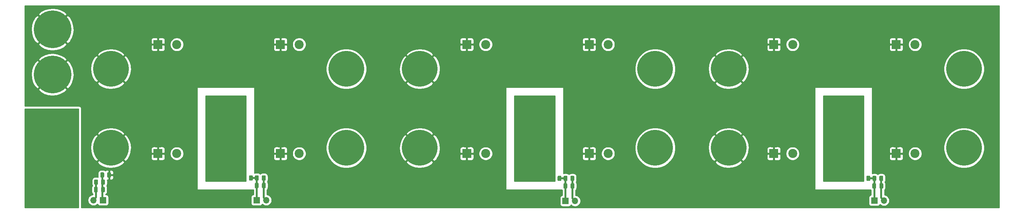
<source format=gtl>
G04 #@! TF.GenerationSoftware,KiCad,Pcbnew,(5.1.6)-1*
G04 #@! TF.CreationDate,2021-04-15T22:16:23+02:00*
G04 #@! TF.ProjectId,DCLink,44434c69-6e6b-42e6-9b69-6361645f7063,rev?*
G04 #@! TF.SameCoordinates,Original*
G04 #@! TF.FileFunction,Copper,L1,Top*
G04 #@! TF.FilePolarity,Positive*
%FSLAX46Y46*%
G04 Gerber Fmt 4.6, Leading zero omitted, Abs format (unit mm)*
G04 Created by KiCad (PCBNEW (5.1.6)-1) date 2021-04-15 22:16:23*
%MOMM*%
%LPD*%
G01*
G04 APERTURE LIST*
G04 #@! TA.AperFunction,ComponentPad*
%ADD10O,1.700000X1.700000*%
G04 #@! TD*
G04 #@! TA.AperFunction,ComponentPad*
%ADD11R,1.700000X1.700000*%
G04 #@! TD*
G04 #@! TA.AperFunction,ComponentPad*
%ADD12C,2.400000*%
G04 #@! TD*
G04 #@! TA.AperFunction,ComponentPad*
%ADD13R,2.400000X2.400000*%
G04 #@! TD*
G04 #@! TA.AperFunction,ConnectorPad*
%ADD14C,10.000000*%
G04 #@! TD*
G04 #@! TA.AperFunction,ComponentPad*
%ADD15C,9.500000*%
G04 #@! TD*
G04 #@! TA.AperFunction,ViaPad*
%ADD16C,0.800000*%
G04 #@! TD*
G04 #@! TA.AperFunction,Conductor*
%ADD17C,0.500000*%
G04 #@! TD*
G04 #@! TA.AperFunction,Conductor*
%ADD18C,0.254000*%
G04 #@! TD*
G04 APERTURE END LIST*
G04 #@! TA.AperFunction,SMDPad,CuDef*
G36*
G01*
X160262500Y-67050001D02*
X160262500Y-66149999D01*
G75*
G02*
X160512499Y-65900000I249999J0D01*
G01*
X161037501Y-65900000D01*
G75*
G02*
X161287500Y-66149999I0J-249999D01*
G01*
X161287500Y-67050001D01*
G75*
G02*
X161037501Y-67300000I-249999J0D01*
G01*
X160512499Y-67300000D01*
G75*
G02*
X160262500Y-67050001I0J249999D01*
G01*
G37*
G04 #@! TD.AperFunction*
G04 #@! TA.AperFunction,SMDPad,CuDef*
G36*
G01*
X162087500Y-67050001D02*
X162087500Y-66149999D01*
G75*
G02*
X162337499Y-65900000I249999J0D01*
G01*
X162862501Y-65900000D01*
G75*
G02*
X163112500Y-66149999I0J-249999D01*
G01*
X163112500Y-67050001D01*
G75*
G02*
X162862501Y-67300000I-249999J0D01*
G01*
X162337499Y-67300000D01*
G75*
G02*
X162087500Y-67050001I0J249999D01*
G01*
G37*
G04 #@! TD.AperFunction*
D10*
X84740000Y-72400000D03*
D11*
X82200000Y-72400000D03*
G04 #@! TA.AperFunction,SMDPad,CuDef*
G36*
G01*
X41712500Y-65249999D02*
X41712500Y-66150001D01*
G75*
G02*
X41462501Y-66400000I-249999J0D01*
G01*
X40937499Y-66400000D01*
G75*
G02*
X40687500Y-66150001I0J249999D01*
G01*
X40687500Y-65249999D01*
G75*
G02*
X40937499Y-65000000I249999J0D01*
G01*
X41462501Y-65000000D01*
G75*
G02*
X41712500Y-65249999I0J-249999D01*
G01*
G37*
G04 #@! TD.AperFunction*
G04 #@! TA.AperFunction,SMDPad,CuDef*
G36*
G01*
X43537500Y-65249999D02*
X43537500Y-66150001D01*
G75*
G02*
X43287501Y-66400000I-249999J0D01*
G01*
X42762499Y-66400000D01*
G75*
G02*
X42512500Y-66150001I0J249999D01*
G01*
X42512500Y-65249999D01*
G75*
G02*
X42762499Y-65000000I249999J0D01*
G01*
X43287501Y-65000000D01*
G75*
G02*
X43537500Y-65249999I0J-249999D01*
G01*
G37*
G04 #@! TD.AperFunction*
D12*
X61000000Y-31000000D03*
D13*
X56000000Y-31000000D03*
X56000000Y-60000000D03*
D12*
X61000000Y-60000000D03*
D13*
X88500000Y-31000000D03*
D12*
X93500000Y-31000000D03*
X93500000Y-60000000D03*
D13*
X88500000Y-60000000D03*
X138000000Y-31000000D03*
D12*
X143000000Y-31000000D03*
X143000000Y-60000000D03*
D13*
X138000000Y-60000000D03*
X170500000Y-31000000D03*
D12*
X175500000Y-31000000D03*
X175500000Y-60000000D03*
D13*
X170500000Y-60000000D03*
X219500000Y-31000000D03*
D12*
X224500000Y-31000000D03*
X224500000Y-60000000D03*
D13*
X219500000Y-60000000D03*
X252000000Y-31000000D03*
D12*
X257000000Y-31000000D03*
X257000000Y-60000000D03*
D13*
X252000000Y-60000000D03*
G04 #@! TA.AperFunction,SMDPad,CuDef*
G36*
G01*
X83600000Y-68975000D02*
X83600000Y-68025000D01*
G75*
G02*
X83850000Y-67775000I250000J0D01*
G01*
X84350000Y-67775000D01*
G75*
G02*
X84600000Y-68025000I0J-250000D01*
G01*
X84600000Y-68975000D01*
G75*
G02*
X84350000Y-69225000I-250000J0D01*
G01*
X83850000Y-69225000D01*
G75*
G02*
X83600000Y-68975000I0J250000D01*
G01*
G37*
G04 #@! TD.AperFunction*
G04 #@! TA.AperFunction,SMDPad,CuDef*
G36*
G01*
X81700000Y-68975000D02*
X81700000Y-68025000D01*
G75*
G02*
X81950000Y-67775000I250000J0D01*
G01*
X82450000Y-67775000D01*
G75*
G02*
X82700000Y-68025000I0J-250000D01*
G01*
X82700000Y-68975000D01*
G75*
G02*
X82450000Y-69225000I-250000J0D01*
G01*
X81950000Y-69225000D01*
G75*
G02*
X81700000Y-68975000I0J250000D01*
G01*
G37*
G04 #@! TD.AperFunction*
G04 #@! TA.AperFunction,SMDPad,CuDef*
G36*
G01*
X163650000Y-69075000D02*
X163650000Y-68125000D01*
G75*
G02*
X163900000Y-67875000I250000J0D01*
G01*
X164400000Y-67875000D01*
G75*
G02*
X164650000Y-68125000I0J-250000D01*
G01*
X164650000Y-69075000D01*
G75*
G02*
X164400000Y-69325000I-250000J0D01*
G01*
X163900000Y-69325000D01*
G75*
G02*
X163650000Y-69075000I0J250000D01*
G01*
G37*
G04 #@! TD.AperFunction*
G04 #@! TA.AperFunction,SMDPad,CuDef*
G36*
G01*
X165550000Y-69075000D02*
X165550000Y-68125000D01*
G75*
G02*
X165800000Y-67875000I250000J0D01*
G01*
X166300000Y-67875000D01*
G75*
G02*
X166550000Y-68125000I0J-250000D01*
G01*
X166550000Y-69075000D01*
G75*
G02*
X166300000Y-69325000I-250000J0D01*
G01*
X165800000Y-69325000D01*
G75*
G02*
X165550000Y-69075000I0J250000D01*
G01*
G37*
G04 #@! TD.AperFunction*
G04 #@! TA.AperFunction,SMDPad,CuDef*
G36*
G01*
X247550000Y-69075000D02*
X247550000Y-68125000D01*
G75*
G02*
X247800000Y-67875000I250000J0D01*
G01*
X248300000Y-67875000D01*
G75*
G02*
X248550000Y-68125000I0J-250000D01*
G01*
X248550000Y-69075000D01*
G75*
G02*
X248300000Y-69325000I-250000J0D01*
G01*
X247800000Y-69325000D01*
G75*
G02*
X247550000Y-69075000I0J250000D01*
G01*
G37*
G04 #@! TD.AperFunction*
G04 #@! TA.AperFunction,SMDPad,CuDef*
G36*
G01*
X245650000Y-69075000D02*
X245650000Y-68125000D01*
G75*
G02*
X245900000Y-67875000I250000J0D01*
G01*
X246400000Y-67875000D01*
G75*
G02*
X246650000Y-68125000I0J-250000D01*
G01*
X246650000Y-69075000D01*
G75*
G02*
X246400000Y-69325000I-250000J0D01*
G01*
X245900000Y-69325000D01*
G75*
G02*
X245650000Y-69075000I0J250000D01*
G01*
G37*
G04 #@! TD.AperFunction*
G04 #@! TA.AperFunction,SMDPad,CuDef*
G36*
G01*
X41900000Y-69125000D02*
X41900000Y-70075000D01*
G75*
G02*
X41650000Y-70325000I-250000J0D01*
G01*
X41150000Y-70325000D01*
G75*
G02*
X40900000Y-70075000I0J250000D01*
G01*
X40900000Y-69125000D01*
G75*
G02*
X41150000Y-68875000I250000J0D01*
G01*
X41650000Y-68875000D01*
G75*
G02*
X41900000Y-69125000I0J-250000D01*
G01*
G37*
G04 #@! TD.AperFunction*
G04 #@! TA.AperFunction,SMDPad,CuDef*
G36*
G01*
X40000000Y-69125000D02*
X40000000Y-70075000D01*
G75*
G02*
X39750000Y-70325000I-250000J0D01*
G01*
X39250000Y-70325000D01*
G75*
G02*
X39000000Y-70075000I0J250000D01*
G01*
X39000000Y-69125000D01*
G75*
G02*
X39250000Y-68875000I250000J0D01*
G01*
X39750000Y-68875000D01*
G75*
G02*
X40000000Y-69125000I0J-250000D01*
G01*
G37*
G04 #@! TD.AperFunction*
D14*
X28000000Y-27000000D03*
X28000000Y-39000000D03*
X28000000Y-68000000D03*
X28000000Y-56000000D03*
D11*
X164200000Y-72600000D03*
D10*
X166740000Y-72600000D03*
D15*
X43500000Y-37500000D03*
X43500000Y-58500000D03*
X125500000Y-37500000D03*
X125500000Y-58500000D03*
X207500000Y-58500000D03*
X207500000Y-37500000D03*
X74000000Y-49900000D03*
X156000000Y-49900000D03*
X238000000Y-49900000D03*
X74000000Y-62000000D03*
X156000000Y-62000000D03*
X238000000Y-62000000D03*
X106000000Y-37500000D03*
X106000000Y-58500000D03*
X188000000Y-37500000D03*
X188000000Y-58500000D03*
X270000000Y-58500000D03*
X270000000Y-37500000D03*
D11*
X246200000Y-72500000D03*
D10*
X248740000Y-72500000D03*
X38860000Y-72400000D03*
D11*
X41400000Y-72400000D03*
G04 #@! TA.AperFunction,SMDPad,CuDef*
G36*
G01*
X78325000Y-66950001D02*
X78325000Y-66049999D01*
G75*
G02*
X78574999Y-65800000I249999J0D01*
G01*
X79100001Y-65800000D01*
G75*
G02*
X79350000Y-66049999I0J-249999D01*
G01*
X79350000Y-66950001D01*
G75*
G02*
X79100001Y-67200000I-249999J0D01*
G01*
X78574999Y-67200000D01*
G75*
G02*
X78325000Y-66950001I0J249999D01*
G01*
G37*
G04 #@! TD.AperFunction*
G04 #@! TA.AperFunction,SMDPad,CuDef*
G36*
G01*
X80150000Y-66950001D02*
X80150000Y-66049999D01*
G75*
G02*
X80399999Y-65800000I249999J0D01*
G01*
X80925001Y-65800000D01*
G75*
G02*
X81175000Y-66049999I0J-249999D01*
G01*
X81175000Y-66950001D01*
G75*
G02*
X80925001Y-67200000I-249999J0D01*
G01*
X80399999Y-67200000D01*
G75*
G02*
X80150000Y-66950001I0J249999D01*
G01*
G37*
G04 #@! TD.AperFunction*
G04 #@! TA.AperFunction,SMDPad,CuDef*
G36*
G01*
X84587500Y-66049999D02*
X84587500Y-66950001D01*
G75*
G02*
X84337501Y-67200000I-249999J0D01*
G01*
X83812499Y-67200000D01*
G75*
G02*
X83562500Y-66950001I0J249999D01*
G01*
X83562500Y-66049999D01*
G75*
G02*
X83812499Y-65800000I249999J0D01*
G01*
X84337501Y-65800000D01*
G75*
G02*
X84587500Y-66049999I0J-249999D01*
G01*
G37*
G04 #@! TD.AperFunction*
G04 #@! TA.AperFunction,SMDPad,CuDef*
G36*
G01*
X82762500Y-66049999D02*
X82762500Y-66950001D01*
G75*
G02*
X82512501Y-67200000I-249999J0D01*
G01*
X81987499Y-67200000D01*
G75*
G02*
X81737500Y-66950001I0J249999D01*
G01*
X81737500Y-66049999D01*
G75*
G02*
X81987499Y-65800000I249999J0D01*
G01*
X82512501Y-65800000D01*
G75*
G02*
X82762500Y-66049999I0J-249999D01*
G01*
G37*
G04 #@! TD.AperFunction*
G04 #@! TA.AperFunction,SMDPad,CuDef*
G36*
G01*
X164712500Y-66149999D02*
X164712500Y-67050001D01*
G75*
G02*
X164462501Y-67300000I-249999J0D01*
G01*
X163937499Y-67300000D01*
G75*
G02*
X163687500Y-67050001I0J249999D01*
G01*
X163687500Y-66149999D01*
G75*
G02*
X163937499Y-65900000I249999J0D01*
G01*
X164462501Y-65900000D01*
G75*
G02*
X164712500Y-66149999I0J-249999D01*
G01*
G37*
G04 #@! TD.AperFunction*
G04 #@! TA.AperFunction,SMDPad,CuDef*
G36*
G01*
X166537500Y-66149999D02*
X166537500Y-67050001D01*
G75*
G02*
X166287501Y-67300000I-249999J0D01*
G01*
X165762499Y-67300000D01*
G75*
G02*
X165512500Y-67050001I0J249999D01*
G01*
X165512500Y-66149999D01*
G75*
G02*
X165762499Y-65900000I249999J0D01*
G01*
X166287501Y-65900000D01*
G75*
G02*
X166537500Y-66149999I0J-249999D01*
G01*
G37*
G04 #@! TD.AperFunction*
G04 #@! TA.AperFunction,SMDPad,CuDef*
G36*
G01*
X242262500Y-67050001D02*
X242262500Y-66149999D01*
G75*
G02*
X242512499Y-65900000I249999J0D01*
G01*
X243037501Y-65900000D01*
G75*
G02*
X243287500Y-66149999I0J-249999D01*
G01*
X243287500Y-67050001D01*
G75*
G02*
X243037501Y-67300000I-249999J0D01*
G01*
X242512499Y-67300000D01*
G75*
G02*
X242262500Y-67050001I0J249999D01*
G01*
G37*
G04 #@! TD.AperFunction*
G04 #@! TA.AperFunction,SMDPad,CuDef*
G36*
G01*
X244087500Y-67050001D02*
X244087500Y-66149999D01*
G75*
G02*
X244337499Y-65900000I249999J0D01*
G01*
X244862501Y-65900000D01*
G75*
G02*
X245112500Y-66149999I0J-249999D01*
G01*
X245112500Y-67050001D01*
G75*
G02*
X244862501Y-67300000I-249999J0D01*
G01*
X244337499Y-67300000D01*
G75*
G02*
X244087500Y-67050001I0J249999D01*
G01*
G37*
G04 #@! TD.AperFunction*
G04 #@! TA.AperFunction,SMDPad,CuDef*
G36*
G01*
X246712500Y-66149999D02*
X246712500Y-67050001D01*
G75*
G02*
X246462501Y-67300000I-249999J0D01*
G01*
X245937499Y-67300000D01*
G75*
G02*
X245687500Y-67050001I0J249999D01*
G01*
X245687500Y-66149999D01*
G75*
G02*
X245937499Y-65900000I249999J0D01*
G01*
X246462501Y-65900000D01*
G75*
G02*
X246712500Y-66149999I0J-249999D01*
G01*
G37*
G04 #@! TD.AperFunction*
G04 #@! TA.AperFunction,SMDPad,CuDef*
G36*
G01*
X248537500Y-66149999D02*
X248537500Y-67050001D01*
G75*
G02*
X248287501Y-67300000I-249999J0D01*
G01*
X247762499Y-67300000D01*
G75*
G02*
X247512500Y-67050001I0J249999D01*
G01*
X247512500Y-66149999D01*
G75*
G02*
X247762499Y-65900000I249999J0D01*
G01*
X248287501Y-65900000D01*
G75*
G02*
X248537500Y-66149999I0J-249999D01*
G01*
G37*
G04 #@! TD.AperFunction*
G04 #@! TA.AperFunction,SMDPad,CuDef*
G36*
G01*
X40887500Y-68050001D02*
X40887500Y-67149999D01*
G75*
G02*
X41137499Y-66900000I249999J0D01*
G01*
X41662501Y-66900000D01*
G75*
G02*
X41912500Y-67149999I0J-249999D01*
G01*
X41912500Y-68050001D01*
G75*
G02*
X41662501Y-68300000I-249999J0D01*
G01*
X41137499Y-68300000D01*
G75*
G02*
X40887500Y-68050001I0J249999D01*
G01*
G37*
G04 #@! TD.AperFunction*
G04 #@! TA.AperFunction,SMDPad,CuDef*
G36*
G01*
X39062500Y-68050001D02*
X39062500Y-67149999D01*
G75*
G02*
X39312499Y-66900000I249999J0D01*
G01*
X39837501Y-66900000D01*
G75*
G02*
X40087500Y-67149999I0J-249999D01*
G01*
X40087500Y-68050001D01*
G75*
G02*
X39837501Y-68300000I-249999J0D01*
G01*
X39312499Y-68300000D01*
G75*
G02*
X39062500Y-68050001I0J249999D01*
G01*
G37*
G04 #@! TD.AperFunction*
D16*
X25500000Y-71500000D03*
X27000000Y-71500000D03*
X28500000Y-71500000D03*
X30000000Y-71500000D03*
X31500000Y-71500000D03*
X31500000Y-70000000D03*
X30000000Y-70000000D03*
X28500000Y-70000000D03*
X27000000Y-70000000D03*
X25500000Y-70000000D03*
X24000000Y-70000000D03*
X24000000Y-68500000D03*
X25500000Y-68500000D03*
X27000000Y-68500000D03*
X28500000Y-68500000D03*
X30000000Y-68500000D03*
X31500000Y-68500000D03*
X31500000Y-67000000D03*
X30000000Y-67000000D03*
X28500000Y-67000000D03*
X27000000Y-67000000D03*
X25500000Y-67000000D03*
X24000000Y-67000000D03*
X24000000Y-65500000D03*
X25500000Y-65500000D03*
X27000000Y-65500000D03*
X28500000Y-65500000D03*
X30000000Y-65500000D03*
X31500000Y-65500000D03*
X30000000Y-64000000D03*
X28500000Y-64000000D03*
X27000000Y-64000000D03*
X25500000Y-64000000D03*
X25500000Y-59500000D03*
X27000000Y-59500000D03*
X28500000Y-59500000D03*
X30000000Y-59500000D03*
X31500000Y-59500000D03*
X31500000Y-58000000D03*
X30000000Y-58000000D03*
X28500000Y-58000000D03*
X27000000Y-58000000D03*
X25500000Y-58000000D03*
X24000000Y-58000000D03*
X24000000Y-56500000D03*
X25500000Y-56500000D03*
X27000000Y-56500000D03*
X28500000Y-56500000D03*
X30000000Y-56500000D03*
X31500000Y-56500000D03*
X31500000Y-55000000D03*
X30000000Y-55000000D03*
X28500000Y-55000000D03*
X27000000Y-55000000D03*
X25500000Y-55000000D03*
X24000000Y-55000000D03*
X24000000Y-53500000D03*
X25500000Y-53500000D03*
X27000000Y-53500000D03*
X28500000Y-53500000D03*
X30000000Y-53500000D03*
X31500000Y-53500000D03*
X30000000Y-52000000D03*
X28500000Y-52000000D03*
X27000000Y-52000000D03*
X25500000Y-52000000D03*
X21000000Y-49000000D03*
X22500000Y-49000000D03*
X24000000Y-49000000D03*
X25500000Y-49000000D03*
X27000000Y-49000000D03*
X28500000Y-49000000D03*
X30000000Y-49000000D03*
X31500000Y-49000000D03*
X33000000Y-49000000D03*
X34500000Y-49000000D03*
X34500000Y-50500000D03*
X33000000Y-50500000D03*
X31500000Y-50500000D03*
X30000000Y-50500000D03*
X28500000Y-50500000D03*
X27000000Y-50500000D03*
X25500000Y-50500000D03*
X24000000Y-50500000D03*
X22500000Y-50500000D03*
X21000000Y-50500000D03*
X21000000Y-52000000D03*
X22500000Y-52000000D03*
X24000000Y-52000000D03*
X31500000Y-52000000D03*
X33000000Y-52000000D03*
X34500000Y-52000000D03*
X34500000Y-53500000D03*
X33000000Y-53500000D03*
X22500000Y-53500000D03*
X21000000Y-53500000D03*
X21000000Y-55000000D03*
X22500000Y-55000000D03*
X33000000Y-55000000D03*
X34500000Y-55000000D03*
X34500000Y-56500000D03*
X33000000Y-56500000D03*
X22500000Y-56500000D03*
X21000000Y-56500000D03*
X21000000Y-58000000D03*
X22500000Y-58000000D03*
X33000000Y-58000000D03*
X34500000Y-58000000D03*
X34500000Y-59500000D03*
X33000000Y-59500000D03*
X24000000Y-59500000D03*
X22500000Y-59500000D03*
X21000000Y-59500000D03*
X21000000Y-61000000D03*
X22500000Y-61000000D03*
X24000000Y-61000000D03*
X25500000Y-61000000D03*
X27000000Y-61000000D03*
X28500000Y-61000000D03*
X30000000Y-61000000D03*
X31500000Y-61000000D03*
X33000000Y-61000000D03*
X34500000Y-61000000D03*
X34500000Y-62500000D03*
X33000000Y-62500000D03*
X31500000Y-62500000D03*
X30000000Y-62500000D03*
X28500000Y-62500000D03*
X27000000Y-62500000D03*
X25500000Y-62500000D03*
X24000000Y-62500000D03*
X22500000Y-62500000D03*
X21000000Y-62500000D03*
X21000000Y-64000000D03*
X22500000Y-64000000D03*
X24000000Y-64000000D03*
X31500000Y-64000000D03*
X31500000Y-64000000D03*
X33000000Y-64000000D03*
X34500000Y-64000000D03*
X34500000Y-65500000D03*
X33000000Y-65500000D03*
X22500000Y-65500000D03*
X21000000Y-65500000D03*
X21000000Y-67000000D03*
X22500000Y-67000000D03*
X33000000Y-67000000D03*
X34500000Y-67000000D03*
X34500000Y-68500000D03*
X33000000Y-68500000D03*
X22500000Y-68500000D03*
X21000000Y-68500000D03*
X21000000Y-70000000D03*
X22500000Y-70000000D03*
X33000000Y-70000000D03*
X34500000Y-70000000D03*
X34500000Y-71500000D03*
X33000000Y-71500000D03*
X24000000Y-71500000D03*
X22500000Y-71500000D03*
X21000000Y-71500000D03*
X21000000Y-73000000D03*
X22500000Y-73000000D03*
X24000000Y-73000000D03*
X25500000Y-73000000D03*
X27000000Y-73000000D03*
X28500000Y-73000000D03*
X30000000Y-73000000D03*
X31500000Y-73000000D03*
X33000000Y-73000000D03*
X34500000Y-73000000D03*
D17*
X39575000Y-71685000D02*
X38860000Y-72400000D01*
X39575000Y-67600000D02*
X39575000Y-71685000D01*
X84075000Y-71735000D02*
X84740000Y-72400000D01*
X84075000Y-66500000D02*
X84075000Y-71735000D01*
X166025000Y-71885000D02*
X166740000Y-72600000D01*
X166025000Y-66600000D02*
X166025000Y-71885000D01*
X248025000Y-71785000D02*
X248740000Y-72500000D01*
X248025000Y-66600000D02*
X248025000Y-71785000D01*
X80662500Y-66500000D02*
X82250000Y-66500000D01*
X82250000Y-72350000D02*
X82200000Y-72400000D01*
X82250000Y-66500000D02*
X82250000Y-72350000D01*
X164200000Y-66600000D02*
X164200000Y-72600000D01*
X162600000Y-66600000D02*
X164200000Y-66600000D01*
X246200000Y-66600000D02*
X246200000Y-72500000D01*
X244600000Y-66600000D02*
X246200000Y-66600000D01*
X41200000Y-72200000D02*
X41400000Y-72400000D01*
X41200000Y-65800000D02*
X41200000Y-72200000D01*
D18*
G36*
X279340001Y-74340000D02*
G01*
X35635000Y-74340000D01*
X35635000Y-72253740D01*
X37375000Y-72253740D01*
X37375000Y-72546260D01*
X37432068Y-72833158D01*
X37544010Y-73103411D01*
X37706525Y-73346632D01*
X37913368Y-73553475D01*
X38156589Y-73715990D01*
X38426842Y-73827932D01*
X38713740Y-73885000D01*
X39006260Y-73885000D01*
X39293158Y-73827932D01*
X39563411Y-73715990D01*
X39806632Y-73553475D01*
X39938487Y-73421620D01*
X39960498Y-73494180D01*
X40019463Y-73604494D01*
X40098815Y-73701185D01*
X40195506Y-73780537D01*
X40305820Y-73839502D01*
X40425518Y-73875812D01*
X40550000Y-73888072D01*
X42250000Y-73888072D01*
X42374482Y-73875812D01*
X42494180Y-73839502D01*
X42604494Y-73780537D01*
X42701185Y-73701185D01*
X42780537Y-73604494D01*
X42839502Y-73494180D01*
X42875812Y-73374482D01*
X42888072Y-73250000D01*
X42888072Y-71550000D01*
X42875812Y-71425518D01*
X42839502Y-71305820D01*
X42780537Y-71195506D01*
X42701185Y-71098815D01*
X42604494Y-71019463D01*
X42494180Y-70960498D01*
X42374482Y-70924188D01*
X42250000Y-70911928D01*
X42085000Y-70911928D01*
X42085000Y-70844613D01*
X42143386Y-70813405D01*
X42277962Y-70702962D01*
X42388405Y-70568386D01*
X42470472Y-70414850D01*
X42521008Y-70248254D01*
X42538072Y-70075000D01*
X42538072Y-69125000D01*
X42521008Y-68951746D01*
X42470472Y-68785150D01*
X42388405Y-68631614D01*
X42358452Y-68595116D01*
X42400905Y-68543387D01*
X42482972Y-68389851D01*
X42533508Y-68223255D01*
X42550572Y-68050001D01*
X42550572Y-67149999D01*
X42539512Y-67037706D01*
X42739250Y-67035000D01*
X42898000Y-66876250D01*
X42898000Y-65827000D01*
X43152000Y-65827000D01*
X43152000Y-66876250D01*
X43310750Y-67035000D01*
X43537500Y-67038072D01*
X43661982Y-67025812D01*
X43781680Y-66989502D01*
X43891994Y-66930537D01*
X43988685Y-66851185D01*
X44068037Y-66754494D01*
X44127002Y-66644180D01*
X44163312Y-66524482D01*
X44175572Y-66400000D01*
X44172500Y-65985750D01*
X44013750Y-65827000D01*
X43152000Y-65827000D01*
X42898000Y-65827000D01*
X42878000Y-65827000D01*
X42878000Y-65573000D01*
X42898000Y-65573000D01*
X42898000Y-64523750D01*
X43152000Y-64523750D01*
X43152000Y-65573000D01*
X44013750Y-65573000D01*
X44172500Y-65414250D01*
X44175572Y-65000000D01*
X44163312Y-64875518D01*
X44127002Y-64755820D01*
X44068037Y-64645506D01*
X43988685Y-64548815D01*
X43891994Y-64469463D01*
X43781680Y-64410498D01*
X43661982Y-64374188D01*
X43537500Y-64361928D01*
X43310750Y-64365000D01*
X43152000Y-64523750D01*
X42898000Y-64523750D01*
X42739250Y-64365000D01*
X42512500Y-64361928D01*
X42388018Y-64374188D01*
X42268320Y-64410498D01*
X42158006Y-64469463D01*
X42061315Y-64548815D01*
X42037137Y-64578276D01*
X41955887Y-64511595D01*
X41802351Y-64429528D01*
X41635755Y-64378992D01*
X41462501Y-64361928D01*
X40937499Y-64361928D01*
X40764245Y-64378992D01*
X40597649Y-64429528D01*
X40444113Y-64511595D01*
X40309538Y-64622038D01*
X40199095Y-64756613D01*
X40117028Y-64910149D01*
X40066492Y-65076745D01*
X40049428Y-65249999D01*
X40049428Y-66150001D01*
X40063715Y-66295057D01*
X40010755Y-66278992D01*
X39837501Y-66261928D01*
X39312499Y-66261928D01*
X39139245Y-66278992D01*
X38972649Y-66329528D01*
X38819113Y-66411595D01*
X38684538Y-66522038D01*
X38574095Y-66656613D01*
X38492028Y-66810149D01*
X38441492Y-66976745D01*
X38424428Y-67149999D01*
X38424428Y-68050001D01*
X38441492Y-68223255D01*
X38492028Y-68389851D01*
X38574095Y-68543387D01*
X38579048Y-68549422D01*
X38511595Y-68631614D01*
X38429528Y-68785150D01*
X38378992Y-68951746D01*
X38361928Y-69125000D01*
X38361928Y-70075000D01*
X38378992Y-70248254D01*
X38429528Y-70414850D01*
X38511595Y-70568386D01*
X38622038Y-70702962D01*
X38690001Y-70758737D01*
X38690001Y-70919722D01*
X38426842Y-70972068D01*
X38156589Y-71084010D01*
X37913368Y-71246525D01*
X37706525Y-71453368D01*
X37544010Y-71696589D01*
X37432068Y-71966842D01*
X37375000Y-72253740D01*
X35635000Y-72253740D01*
X35635000Y-62302658D01*
X39876947Y-62302658D01*
X40423083Y-62951079D01*
X41350567Y-63465829D01*
X42360653Y-63789746D01*
X43414523Y-63910380D01*
X44471678Y-63823097D01*
X45491492Y-63531251D01*
X46434775Y-63046056D01*
X46576917Y-62951079D01*
X47123053Y-62302658D01*
X43500000Y-58679605D01*
X39876947Y-62302658D01*
X35635000Y-62302658D01*
X35635000Y-58414523D01*
X38089620Y-58414523D01*
X38176903Y-59471678D01*
X38468749Y-60491492D01*
X38953944Y-61434775D01*
X39048921Y-61576917D01*
X39697342Y-62123053D01*
X43320395Y-58500000D01*
X43679605Y-58500000D01*
X47302658Y-62123053D01*
X47951079Y-61576917D01*
X48160266Y-61200000D01*
X54161928Y-61200000D01*
X54174188Y-61324482D01*
X54210498Y-61444180D01*
X54269463Y-61554494D01*
X54348815Y-61651185D01*
X54445506Y-61730537D01*
X54555820Y-61789502D01*
X54675518Y-61825812D01*
X54800000Y-61838072D01*
X55714250Y-61835000D01*
X55873000Y-61676250D01*
X55873000Y-60127000D01*
X56127000Y-60127000D01*
X56127000Y-61676250D01*
X56285750Y-61835000D01*
X57200000Y-61838072D01*
X57324482Y-61825812D01*
X57444180Y-61789502D01*
X57554494Y-61730537D01*
X57651185Y-61651185D01*
X57730537Y-61554494D01*
X57789502Y-61444180D01*
X57825812Y-61324482D01*
X57838072Y-61200000D01*
X57835000Y-60285750D01*
X57676250Y-60127000D01*
X56127000Y-60127000D01*
X55873000Y-60127000D01*
X54323750Y-60127000D01*
X54165000Y-60285750D01*
X54161928Y-61200000D01*
X48160266Y-61200000D01*
X48465829Y-60649433D01*
X48789746Y-59639347D01*
X48885824Y-58800000D01*
X54161928Y-58800000D01*
X54165000Y-59714250D01*
X54323750Y-59873000D01*
X55873000Y-59873000D01*
X55873000Y-58323750D01*
X56127000Y-58323750D01*
X56127000Y-59873000D01*
X57676250Y-59873000D01*
X57729982Y-59819268D01*
X59165000Y-59819268D01*
X59165000Y-60180732D01*
X59235518Y-60535250D01*
X59373844Y-60869199D01*
X59574662Y-61169744D01*
X59830256Y-61425338D01*
X60130801Y-61626156D01*
X60464750Y-61764482D01*
X60819268Y-61835000D01*
X61180732Y-61835000D01*
X61535250Y-61764482D01*
X61869199Y-61626156D01*
X62169744Y-61425338D01*
X62425338Y-61169744D01*
X62626156Y-60869199D01*
X62764482Y-60535250D01*
X62835000Y-60180732D01*
X62835000Y-59819268D01*
X62764482Y-59464750D01*
X62626156Y-59130801D01*
X62425338Y-58830256D01*
X62169744Y-58574662D01*
X61869199Y-58373844D01*
X61535250Y-58235518D01*
X61180732Y-58165000D01*
X60819268Y-58165000D01*
X60464750Y-58235518D01*
X60130801Y-58373844D01*
X59830256Y-58574662D01*
X59574662Y-58830256D01*
X59373844Y-59130801D01*
X59235518Y-59464750D01*
X59165000Y-59819268D01*
X57729982Y-59819268D01*
X57835000Y-59714250D01*
X57838072Y-58800000D01*
X57825812Y-58675518D01*
X57789502Y-58555820D01*
X57730537Y-58445506D01*
X57651185Y-58348815D01*
X57554494Y-58269463D01*
X57444180Y-58210498D01*
X57324482Y-58174188D01*
X57200000Y-58161928D01*
X56285750Y-58165000D01*
X56127000Y-58323750D01*
X55873000Y-58323750D01*
X55714250Y-58165000D01*
X54800000Y-58161928D01*
X54675518Y-58174188D01*
X54555820Y-58210498D01*
X54445506Y-58269463D01*
X54348815Y-58348815D01*
X54269463Y-58445506D01*
X54210498Y-58555820D01*
X54174188Y-58675518D01*
X54161928Y-58800000D01*
X48885824Y-58800000D01*
X48910380Y-58585477D01*
X48823097Y-57528322D01*
X48531251Y-56508508D01*
X48046056Y-55565225D01*
X47951079Y-55423083D01*
X47302658Y-54876947D01*
X43679605Y-58500000D01*
X43320395Y-58500000D01*
X39697342Y-54876947D01*
X39048921Y-55423083D01*
X38534171Y-56350567D01*
X38210254Y-57360653D01*
X38089620Y-58414523D01*
X35635000Y-58414523D01*
X35635000Y-54697342D01*
X39876947Y-54697342D01*
X43500000Y-58320395D01*
X47123053Y-54697342D01*
X46576917Y-54048921D01*
X45649433Y-53534171D01*
X44639347Y-53210254D01*
X43585477Y-53089620D01*
X42528322Y-53176903D01*
X41508508Y-53468749D01*
X40565225Y-53953944D01*
X40423083Y-54048921D01*
X39876947Y-54697342D01*
X35635000Y-54697342D01*
X35635000Y-48000000D01*
X35622799Y-47876118D01*
X35586664Y-47756996D01*
X35527983Y-47647213D01*
X35449013Y-47550987D01*
X35352787Y-47472017D01*
X35243004Y-47413336D01*
X35123882Y-47377201D01*
X35000000Y-47365000D01*
X20660000Y-47365000D01*
X20660000Y-42980339D01*
X24199266Y-42980339D01*
X24775387Y-43654365D01*
X25745368Y-44194024D01*
X26801994Y-44534079D01*
X27904659Y-44661462D01*
X29010987Y-44571279D01*
X30078464Y-44266994D01*
X31066067Y-43760302D01*
X31224613Y-43654365D01*
X31800734Y-42980339D01*
X28000000Y-39179605D01*
X24199266Y-42980339D01*
X20660000Y-42980339D01*
X20660000Y-38904659D01*
X22338538Y-38904659D01*
X22428721Y-40010987D01*
X22733006Y-41078464D01*
X23239698Y-42066067D01*
X23345635Y-42224613D01*
X24019661Y-42800734D01*
X27820395Y-39000000D01*
X28179605Y-39000000D01*
X31980339Y-42800734D01*
X32654365Y-42224613D01*
X33167304Y-41302658D01*
X39876947Y-41302658D01*
X40423083Y-41951079D01*
X41350567Y-42465829D01*
X42360653Y-42789746D01*
X43414523Y-42910380D01*
X44471678Y-42823097D01*
X45491492Y-42531251D01*
X45552248Y-42500000D01*
X66373000Y-42500000D01*
X66373000Y-69500000D01*
X66375440Y-69524776D01*
X66382667Y-69548601D01*
X66394403Y-69570557D01*
X66410197Y-69589803D01*
X66429443Y-69605597D01*
X66451399Y-69617333D01*
X66475224Y-69624560D01*
X66500000Y-69627000D01*
X81351329Y-69627000D01*
X81365001Y-69638220D01*
X81365001Y-70911928D01*
X81350000Y-70911928D01*
X81225518Y-70924188D01*
X81105820Y-70960498D01*
X80995506Y-71019463D01*
X80898815Y-71098815D01*
X80819463Y-71195506D01*
X80760498Y-71305820D01*
X80724188Y-71425518D01*
X80711928Y-71550000D01*
X80711928Y-73250000D01*
X80724188Y-73374482D01*
X80760498Y-73494180D01*
X80819463Y-73604494D01*
X80898815Y-73701185D01*
X80995506Y-73780537D01*
X81105820Y-73839502D01*
X81225518Y-73875812D01*
X81350000Y-73888072D01*
X83050000Y-73888072D01*
X83174482Y-73875812D01*
X83294180Y-73839502D01*
X83404494Y-73780537D01*
X83501185Y-73701185D01*
X83580537Y-73604494D01*
X83639502Y-73494180D01*
X83661513Y-73421620D01*
X83793368Y-73553475D01*
X84036589Y-73715990D01*
X84306842Y-73827932D01*
X84593740Y-73885000D01*
X84886260Y-73885000D01*
X85173158Y-73827932D01*
X85443411Y-73715990D01*
X85686632Y-73553475D01*
X85893475Y-73346632D01*
X86055990Y-73103411D01*
X86167932Y-72833158D01*
X86225000Y-72546260D01*
X86225000Y-72253740D01*
X86167932Y-71966842D01*
X86055990Y-71696589D01*
X85893475Y-71453368D01*
X85686632Y-71246525D01*
X85443411Y-71084010D01*
X85173158Y-70972068D01*
X84960000Y-70929668D01*
X84960000Y-69617703D01*
X84977962Y-69602962D01*
X85088405Y-69468386D01*
X85170472Y-69314850D01*
X85221008Y-69148254D01*
X85238072Y-68975000D01*
X85238072Y-68025000D01*
X85221008Y-67851746D01*
X85170472Y-67685150D01*
X85088405Y-67531614D01*
X85045952Y-67479885D01*
X85075905Y-67443387D01*
X85157972Y-67289851D01*
X85208508Y-67123255D01*
X85225572Y-66950001D01*
X85225572Y-66049999D01*
X85208508Y-65876745D01*
X85157972Y-65710149D01*
X85075905Y-65556613D01*
X84965462Y-65422038D01*
X84830887Y-65311595D01*
X84677351Y-65229528D01*
X84510755Y-65178992D01*
X84337501Y-65161928D01*
X83812499Y-65161928D01*
X83639245Y-65178992D01*
X83472649Y-65229528D01*
X83319113Y-65311595D01*
X83184538Y-65422038D01*
X83162500Y-65448891D01*
X83140462Y-65422038D01*
X83005887Y-65311595D01*
X82852351Y-65229528D01*
X82685755Y-65178992D01*
X82512501Y-65161928D01*
X81987499Y-65161928D01*
X81814245Y-65178992D01*
X81647649Y-65229528D01*
X81627000Y-65240565D01*
X81627000Y-61200000D01*
X86661928Y-61200000D01*
X86674188Y-61324482D01*
X86710498Y-61444180D01*
X86769463Y-61554494D01*
X86848815Y-61651185D01*
X86945506Y-61730537D01*
X87055820Y-61789502D01*
X87175518Y-61825812D01*
X87300000Y-61838072D01*
X88214250Y-61835000D01*
X88373000Y-61676250D01*
X88373000Y-60127000D01*
X88627000Y-60127000D01*
X88627000Y-61676250D01*
X88785750Y-61835000D01*
X89700000Y-61838072D01*
X89824482Y-61825812D01*
X89944180Y-61789502D01*
X90054494Y-61730537D01*
X90151185Y-61651185D01*
X90230537Y-61554494D01*
X90289502Y-61444180D01*
X90325812Y-61324482D01*
X90338072Y-61200000D01*
X90335000Y-60285750D01*
X90176250Y-60127000D01*
X88627000Y-60127000D01*
X88373000Y-60127000D01*
X86823750Y-60127000D01*
X86665000Y-60285750D01*
X86661928Y-61200000D01*
X81627000Y-61200000D01*
X81627000Y-58800000D01*
X86661928Y-58800000D01*
X86665000Y-59714250D01*
X86823750Y-59873000D01*
X88373000Y-59873000D01*
X88373000Y-58323750D01*
X88627000Y-58323750D01*
X88627000Y-59873000D01*
X90176250Y-59873000D01*
X90229982Y-59819268D01*
X91665000Y-59819268D01*
X91665000Y-60180732D01*
X91735518Y-60535250D01*
X91873844Y-60869199D01*
X92074662Y-61169744D01*
X92330256Y-61425338D01*
X92630801Y-61626156D01*
X92964750Y-61764482D01*
X93319268Y-61835000D01*
X93680732Y-61835000D01*
X94035250Y-61764482D01*
X94369199Y-61626156D01*
X94669744Y-61425338D01*
X94925338Y-61169744D01*
X95126156Y-60869199D01*
X95264482Y-60535250D01*
X95335000Y-60180732D01*
X95335000Y-59819268D01*
X95264482Y-59464750D01*
X95126156Y-59130801D01*
X94925338Y-58830256D01*
X94669744Y-58574662D01*
X94369199Y-58373844D01*
X94035250Y-58235518D01*
X93680732Y-58165000D01*
X93319268Y-58165000D01*
X92964750Y-58235518D01*
X92630801Y-58373844D01*
X92330256Y-58574662D01*
X92074662Y-58830256D01*
X91873844Y-59130801D01*
X91735518Y-59464750D01*
X91665000Y-59819268D01*
X90229982Y-59819268D01*
X90335000Y-59714250D01*
X90338072Y-58800000D01*
X90325812Y-58675518D01*
X90289502Y-58555820D01*
X90230537Y-58445506D01*
X90151185Y-58348815D01*
X90054494Y-58269463D01*
X89944180Y-58210498D01*
X89824482Y-58174188D01*
X89700000Y-58161928D01*
X88785750Y-58165000D01*
X88627000Y-58323750D01*
X88373000Y-58323750D01*
X88214250Y-58165000D01*
X87300000Y-58161928D01*
X87175518Y-58174188D01*
X87055820Y-58210498D01*
X86945506Y-58269463D01*
X86848815Y-58348815D01*
X86769463Y-58445506D01*
X86710498Y-58555820D01*
X86674188Y-58675518D01*
X86661928Y-58800000D01*
X81627000Y-58800000D01*
X81627000Y-57969624D01*
X100615000Y-57969624D01*
X100615000Y-59030376D01*
X100821942Y-60070747D01*
X101227875Y-61050754D01*
X101817197Y-61932738D01*
X102567262Y-62682803D01*
X103449246Y-63272125D01*
X104429253Y-63678058D01*
X105469624Y-63885000D01*
X106530376Y-63885000D01*
X107570747Y-63678058D01*
X108550754Y-63272125D01*
X109432738Y-62682803D01*
X109812883Y-62302658D01*
X121876947Y-62302658D01*
X122423083Y-62951079D01*
X123350567Y-63465829D01*
X124360653Y-63789746D01*
X125414523Y-63910380D01*
X126471678Y-63823097D01*
X127491492Y-63531251D01*
X128434775Y-63046056D01*
X128576917Y-62951079D01*
X129123053Y-62302658D01*
X125500000Y-58679605D01*
X121876947Y-62302658D01*
X109812883Y-62302658D01*
X110182803Y-61932738D01*
X110772125Y-61050754D01*
X111178058Y-60070747D01*
X111385000Y-59030376D01*
X111385000Y-58414523D01*
X120089620Y-58414523D01*
X120176903Y-59471678D01*
X120468749Y-60491492D01*
X120953944Y-61434775D01*
X121048921Y-61576917D01*
X121697342Y-62123053D01*
X125320395Y-58500000D01*
X125679605Y-58500000D01*
X129302658Y-62123053D01*
X129951079Y-61576917D01*
X130160266Y-61200000D01*
X136161928Y-61200000D01*
X136174188Y-61324482D01*
X136210498Y-61444180D01*
X136269463Y-61554494D01*
X136348815Y-61651185D01*
X136445506Y-61730537D01*
X136555820Y-61789502D01*
X136675518Y-61825812D01*
X136800000Y-61838072D01*
X137714250Y-61835000D01*
X137873000Y-61676250D01*
X137873000Y-60127000D01*
X138127000Y-60127000D01*
X138127000Y-61676250D01*
X138285750Y-61835000D01*
X139200000Y-61838072D01*
X139324482Y-61825812D01*
X139444180Y-61789502D01*
X139554494Y-61730537D01*
X139651185Y-61651185D01*
X139730537Y-61554494D01*
X139789502Y-61444180D01*
X139825812Y-61324482D01*
X139838072Y-61200000D01*
X139835000Y-60285750D01*
X139676250Y-60127000D01*
X138127000Y-60127000D01*
X137873000Y-60127000D01*
X136323750Y-60127000D01*
X136165000Y-60285750D01*
X136161928Y-61200000D01*
X130160266Y-61200000D01*
X130465829Y-60649433D01*
X130789746Y-59639347D01*
X130885824Y-58800000D01*
X136161928Y-58800000D01*
X136165000Y-59714250D01*
X136323750Y-59873000D01*
X137873000Y-59873000D01*
X137873000Y-58323750D01*
X138127000Y-58323750D01*
X138127000Y-59873000D01*
X139676250Y-59873000D01*
X139729982Y-59819268D01*
X141165000Y-59819268D01*
X141165000Y-60180732D01*
X141235518Y-60535250D01*
X141373844Y-60869199D01*
X141574662Y-61169744D01*
X141830256Y-61425338D01*
X142130801Y-61626156D01*
X142464750Y-61764482D01*
X142819268Y-61835000D01*
X143180732Y-61835000D01*
X143535250Y-61764482D01*
X143869199Y-61626156D01*
X144169744Y-61425338D01*
X144425338Y-61169744D01*
X144626156Y-60869199D01*
X144764482Y-60535250D01*
X144835000Y-60180732D01*
X144835000Y-59819268D01*
X144764482Y-59464750D01*
X144626156Y-59130801D01*
X144425338Y-58830256D01*
X144169744Y-58574662D01*
X143869199Y-58373844D01*
X143535250Y-58235518D01*
X143180732Y-58165000D01*
X142819268Y-58165000D01*
X142464750Y-58235518D01*
X142130801Y-58373844D01*
X141830256Y-58574662D01*
X141574662Y-58830256D01*
X141373844Y-59130801D01*
X141235518Y-59464750D01*
X141165000Y-59819268D01*
X139729982Y-59819268D01*
X139835000Y-59714250D01*
X139838072Y-58800000D01*
X139825812Y-58675518D01*
X139789502Y-58555820D01*
X139730537Y-58445506D01*
X139651185Y-58348815D01*
X139554494Y-58269463D01*
X139444180Y-58210498D01*
X139324482Y-58174188D01*
X139200000Y-58161928D01*
X138285750Y-58165000D01*
X138127000Y-58323750D01*
X137873000Y-58323750D01*
X137714250Y-58165000D01*
X136800000Y-58161928D01*
X136675518Y-58174188D01*
X136555820Y-58210498D01*
X136445506Y-58269463D01*
X136348815Y-58348815D01*
X136269463Y-58445506D01*
X136210498Y-58555820D01*
X136174188Y-58675518D01*
X136161928Y-58800000D01*
X130885824Y-58800000D01*
X130910380Y-58585477D01*
X130823097Y-57528322D01*
X130531251Y-56508508D01*
X130046056Y-55565225D01*
X129951079Y-55423083D01*
X129302658Y-54876947D01*
X125679605Y-58500000D01*
X125320395Y-58500000D01*
X121697342Y-54876947D01*
X121048921Y-55423083D01*
X120534171Y-56350567D01*
X120210254Y-57360653D01*
X120089620Y-58414523D01*
X111385000Y-58414523D01*
X111385000Y-57969624D01*
X111178058Y-56929253D01*
X110772125Y-55949246D01*
X110182803Y-55067262D01*
X109812883Y-54697342D01*
X121876947Y-54697342D01*
X125500000Y-58320395D01*
X129123053Y-54697342D01*
X128576917Y-54048921D01*
X127649433Y-53534171D01*
X126639347Y-53210254D01*
X125585477Y-53089620D01*
X124528322Y-53176903D01*
X123508508Y-53468749D01*
X122565225Y-53953944D01*
X122423083Y-54048921D01*
X121876947Y-54697342D01*
X109812883Y-54697342D01*
X109432738Y-54317197D01*
X108550754Y-53727875D01*
X107570747Y-53321942D01*
X106530376Y-53115000D01*
X105469624Y-53115000D01*
X104429253Y-53321942D01*
X103449246Y-53727875D01*
X102567262Y-54317197D01*
X101817197Y-55067262D01*
X101227875Y-55949246D01*
X100821942Y-56929253D01*
X100615000Y-57969624D01*
X81627000Y-57969624D01*
X81627000Y-42500000D01*
X81624560Y-42475224D01*
X81617333Y-42451399D01*
X81605597Y-42429443D01*
X81589803Y-42410197D01*
X81570557Y-42394403D01*
X81548601Y-42382667D01*
X81524776Y-42375440D01*
X81500000Y-42373000D01*
X66500000Y-42373000D01*
X66475224Y-42375440D01*
X66451399Y-42382667D01*
X66429443Y-42394403D01*
X66410197Y-42410197D01*
X66394403Y-42429443D01*
X66382667Y-42451399D01*
X66375440Y-42475224D01*
X66373000Y-42500000D01*
X45552248Y-42500000D01*
X46434775Y-42046056D01*
X46576917Y-41951079D01*
X47123053Y-41302658D01*
X43500000Y-37679605D01*
X39876947Y-41302658D01*
X33167304Y-41302658D01*
X33194024Y-41254632D01*
X33534079Y-40198006D01*
X33661462Y-39095341D01*
X33571279Y-37989013D01*
X33407521Y-37414523D01*
X38089620Y-37414523D01*
X38176903Y-38471678D01*
X38468749Y-39491492D01*
X38953944Y-40434775D01*
X39048921Y-40576917D01*
X39697342Y-41123053D01*
X43320395Y-37500000D01*
X43679605Y-37500000D01*
X47302658Y-41123053D01*
X47951079Y-40576917D01*
X48465829Y-39649433D01*
X48789746Y-38639347D01*
X48910380Y-37585477D01*
X48859533Y-36969624D01*
X100615000Y-36969624D01*
X100615000Y-38030376D01*
X100821942Y-39070747D01*
X101227875Y-40050754D01*
X101817197Y-40932738D01*
X102567262Y-41682803D01*
X103449246Y-42272125D01*
X104429253Y-42678058D01*
X105469624Y-42885000D01*
X106530376Y-42885000D01*
X107570747Y-42678058D01*
X108550754Y-42272125D01*
X109432738Y-41682803D01*
X109812883Y-41302658D01*
X121876947Y-41302658D01*
X122423083Y-41951079D01*
X123350567Y-42465829D01*
X124360653Y-42789746D01*
X125414523Y-42910380D01*
X126471678Y-42823097D01*
X127491492Y-42531251D01*
X127552248Y-42500000D01*
X148373000Y-42500000D01*
X148373000Y-69500000D01*
X148375440Y-69524776D01*
X148382667Y-69548601D01*
X148394403Y-69570557D01*
X148410197Y-69589803D01*
X148429443Y-69605597D01*
X148451399Y-69617333D01*
X148475224Y-69624560D01*
X148500000Y-69627000D01*
X163209698Y-69627000D01*
X163272038Y-69702962D01*
X163315001Y-69738220D01*
X163315001Y-71115375D01*
X163225518Y-71124188D01*
X163105820Y-71160498D01*
X162995506Y-71219463D01*
X162898815Y-71298815D01*
X162819463Y-71395506D01*
X162760498Y-71505820D01*
X162724188Y-71625518D01*
X162711928Y-71750000D01*
X162711928Y-73450000D01*
X162724188Y-73574482D01*
X162760498Y-73694180D01*
X162819463Y-73804494D01*
X162898815Y-73901185D01*
X162995506Y-73980537D01*
X163105820Y-74039502D01*
X163225518Y-74075812D01*
X163350000Y-74088072D01*
X165050000Y-74088072D01*
X165174482Y-74075812D01*
X165294180Y-74039502D01*
X165404494Y-73980537D01*
X165501185Y-73901185D01*
X165580537Y-73804494D01*
X165639502Y-73694180D01*
X165661513Y-73621620D01*
X165793368Y-73753475D01*
X166036589Y-73915990D01*
X166306842Y-74027932D01*
X166593740Y-74085000D01*
X166886260Y-74085000D01*
X167173158Y-74027932D01*
X167443411Y-73915990D01*
X167686632Y-73753475D01*
X167893475Y-73546632D01*
X168055990Y-73303411D01*
X168167932Y-73033158D01*
X168225000Y-72746260D01*
X168225000Y-72453740D01*
X168167932Y-72166842D01*
X168055990Y-71896589D01*
X167893475Y-71653368D01*
X167686632Y-71446525D01*
X167443411Y-71284010D01*
X167173158Y-71172068D01*
X166910000Y-71119722D01*
X166910000Y-69717703D01*
X166927962Y-69702962D01*
X167038405Y-69568386D01*
X167120472Y-69414850D01*
X167171008Y-69248254D01*
X167188072Y-69075000D01*
X167188072Y-68125000D01*
X167171008Y-67951746D01*
X167120472Y-67785150D01*
X167038405Y-67631614D01*
X166995952Y-67579885D01*
X167025905Y-67543387D01*
X167107972Y-67389851D01*
X167158508Y-67223255D01*
X167175572Y-67050001D01*
X167175572Y-66149999D01*
X167158508Y-65976745D01*
X167107972Y-65810149D01*
X167025905Y-65656613D01*
X166915462Y-65522038D01*
X166780887Y-65411595D01*
X166627351Y-65329528D01*
X166460755Y-65278992D01*
X166287501Y-65261928D01*
X165762499Y-65261928D01*
X165589245Y-65278992D01*
X165422649Y-65329528D01*
X165269113Y-65411595D01*
X165134538Y-65522038D01*
X165112500Y-65548891D01*
X165090462Y-65522038D01*
X164955887Y-65411595D01*
X164802351Y-65329528D01*
X164635755Y-65278992D01*
X164462501Y-65261928D01*
X163937499Y-65261928D01*
X163764245Y-65278992D01*
X163627000Y-65320625D01*
X163627000Y-61200000D01*
X168661928Y-61200000D01*
X168674188Y-61324482D01*
X168710498Y-61444180D01*
X168769463Y-61554494D01*
X168848815Y-61651185D01*
X168945506Y-61730537D01*
X169055820Y-61789502D01*
X169175518Y-61825812D01*
X169300000Y-61838072D01*
X170214250Y-61835000D01*
X170373000Y-61676250D01*
X170373000Y-60127000D01*
X170627000Y-60127000D01*
X170627000Y-61676250D01*
X170785750Y-61835000D01*
X171700000Y-61838072D01*
X171824482Y-61825812D01*
X171944180Y-61789502D01*
X172054494Y-61730537D01*
X172151185Y-61651185D01*
X172230537Y-61554494D01*
X172289502Y-61444180D01*
X172325812Y-61324482D01*
X172338072Y-61200000D01*
X172335000Y-60285750D01*
X172176250Y-60127000D01*
X170627000Y-60127000D01*
X170373000Y-60127000D01*
X168823750Y-60127000D01*
X168665000Y-60285750D01*
X168661928Y-61200000D01*
X163627000Y-61200000D01*
X163627000Y-58800000D01*
X168661928Y-58800000D01*
X168665000Y-59714250D01*
X168823750Y-59873000D01*
X170373000Y-59873000D01*
X170373000Y-58323750D01*
X170627000Y-58323750D01*
X170627000Y-59873000D01*
X172176250Y-59873000D01*
X172229982Y-59819268D01*
X173665000Y-59819268D01*
X173665000Y-60180732D01*
X173735518Y-60535250D01*
X173873844Y-60869199D01*
X174074662Y-61169744D01*
X174330256Y-61425338D01*
X174630801Y-61626156D01*
X174964750Y-61764482D01*
X175319268Y-61835000D01*
X175680732Y-61835000D01*
X176035250Y-61764482D01*
X176369199Y-61626156D01*
X176669744Y-61425338D01*
X176925338Y-61169744D01*
X177126156Y-60869199D01*
X177264482Y-60535250D01*
X177335000Y-60180732D01*
X177335000Y-59819268D01*
X177264482Y-59464750D01*
X177126156Y-59130801D01*
X176925338Y-58830256D01*
X176669744Y-58574662D01*
X176369199Y-58373844D01*
X176035250Y-58235518D01*
X175680732Y-58165000D01*
X175319268Y-58165000D01*
X174964750Y-58235518D01*
X174630801Y-58373844D01*
X174330256Y-58574662D01*
X174074662Y-58830256D01*
X173873844Y-59130801D01*
X173735518Y-59464750D01*
X173665000Y-59819268D01*
X172229982Y-59819268D01*
X172335000Y-59714250D01*
X172338072Y-58800000D01*
X172325812Y-58675518D01*
X172289502Y-58555820D01*
X172230537Y-58445506D01*
X172151185Y-58348815D01*
X172054494Y-58269463D01*
X171944180Y-58210498D01*
X171824482Y-58174188D01*
X171700000Y-58161928D01*
X170785750Y-58165000D01*
X170627000Y-58323750D01*
X170373000Y-58323750D01*
X170214250Y-58165000D01*
X169300000Y-58161928D01*
X169175518Y-58174188D01*
X169055820Y-58210498D01*
X168945506Y-58269463D01*
X168848815Y-58348815D01*
X168769463Y-58445506D01*
X168710498Y-58555820D01*
X168674188Y-58675518D01*
X168661928Y-58800000D01*
X163627000Y-58800000D01*
X163627000Y-57969624D01*
X182615000Y-57969624D01*
X182615000Y-59030376D01*
X182821942Y-60070747D01*
X183227875Y-61050754D01*
X183817197Y-61932738D01*
X184567262Y-62682803D01*
X185449246Y-63272125D01*
X186429253Y-63678058D01*
X187469624Y-63885000D01*
X188530376Y-63885000D01*
X189570747Y-63678058D01*
X190550754Y-63272125D01*
X191432738Y-62682803D01*
X191812883Y-62302658D01*
X203876947Y-62302658D01*
X204423083Y-62951079D01*
X205350567Y-63465829D01*
X206360653Y-63789746D01*
X207414523Y-63910380D01*
X208471678Y-63823097D01*
X209491492Y-63531251D01*
X210434775Y-63046056D01*
X210576917Y-62951079D01*
X211123053Y-62302658D01*
X207500000Y-58679605D01*
X203876947Y-62302658D01*
X191812883Y-62302658D01*
X192182803Y-61932738D01*
X192772125Y-61050754D01*
X193178058Y-60070747D01*
X193385000Y-59030376D01*
X193385000Y-58414523D01*
X202089620Y-58414523D01*
X202176903Y-59471678D01*
X202468749Y-60491492D01*
X202953944Y-61434775D01*
X203048921Y-61576917D01*
X203697342Y-62123053D01*
X207320395Y-58500000D01*
X207679605Y-58500000D01*
X211302658Y-62123053D01*
X211951079Y-61576917D01*
X212160266Y-61200000D01*
X217661928Y-61200000D01*
X217674188Y-61324482D01*
X217710498Y-61444180D01*
X217769463Y-61554494D01*
X217848815Y-61651185D01*
X217945506Y-61730537D01*
X218055820Y-61789502D01*
X218175518Y-61825812D01*
X218300000Y-61838072D01*
X219214250Y-61835000D01*
X219373000Y-61676250D01*
X219373000Y-60127000D01*
X219627000Y-60127000D01*
X219627000Y-61676250D01*
X219785750Y-61835000D01*
X220700000Y-61838072D01*
X220824482Y-61825812D01*
X220944180Y-61789502D01*
X221054494Y-61730537D01*
X221151185Y-61651185D01*
X221230537Y-61554494D01*
X221289502Y-61444180D01*
X221325812Y-61324482D01*
X221338072Y-61200000D01*
X221335000Y-60285750D01*
X221176250Y-60127000D01*
X219627000Y-60127000D01*
X219373000Y-60127000D01*
X217823750Y-60127000D01*
X217665000Y-60285750D01*
X217661928Y-61200000D01*
X212160266Y-61200000D01*
X212465829Y-60649433D01*
X212789746Y-59639347D01*
X212885824Y-58800000D01*
X217661928Y-58800000D01*
X217665000Y-59714250D01*
X217823750Y-59873000D01*
X219373000Y-59873000D01*
X219373000Y-58323750D01*
X219627000Y-58323750D01*
X219627000Y-59873000D01*
X221176250Y-59873000D01*
X221229982Y-59819268D01*
X222665000Y-59819268D01*
X222665000Y-60180732D01*
X222735518Y-60535250D01*
X222873844Y-60869199D01*
X223074662Y-61169744D01*
X223330256Y-61425338D01*
X223630801Y-61626156D01*
X223964750Y-61764482D01*
X224319268Y-61835000D01*
X224680732Y-61835000D01*
X225035250Y-61764482D01*
X225369199Y-61626156D01*
X225669744Y-61425338D01*
X225925338Y-61169744D01*
X226126156Y-60869199D01*
X226264482Y-60535250D01*
X226335000Y-60180732D01*
X226335000Y-59819268D01*
X226264482Y-59464750D01*
X226126156Y-59130801D01*
X225925338Y-58830256D01*
X225669744Y-58574662D01*
X225369199Y-58373844D01*
X225035250Y-58235518D01*
X224680732Y-58165000D01*
X224319268Y-58165000D01*
X223964750Y-58235518D01*
X223630801Y-58373844D01*
X223330256Y-58574662D01*
X223074662Y-58830256D01*
X222873844Y-59130801D01*
X222735518Y-59464750D01*
X222665000Y-59819268D01*
X221229982Y-59819268D01*
X221335000Y-59714250D01*
X221338072Y-58800000D01*
X221325812Y-58675518D01*
X221289502Y-58555820D01*
X221230537Y-58445506D01*
X221151185Y-58348815D01*
X221054494Y-58269463D01*
X220944180Y-58210498D01*
X220824482Y-58174188D01*
X220700000Y-58161928D01*
X219785750Y-58165000D01*
X219627000Y-58323750D01*
X219373000Y-58323750D01*
X219214250Y-58165000D01*
X218300000Y-58161928D01*
X218175518Y-58174188D01*
X218055820Y-58210498D01*
X217945506Y-58269463D01*
X217848815Y-58348815D01*
X217769463Y-58445506D01*
X217710498Y-58555820D01*
X217674188Y-58675518D01*
X217661928Y-58800000D01*
X212885824Y-58800000D01*
X212910380Y-58585477D01*
X212823097Y-57528322D01*
X212531251Y-56508508D01*
X212046056Y-55565225D01*
X211951079Y-55423083D01*
X211302658Y-54876947D01*
X207679605Y-58500000D01*
X207320395Y-58500000D01*
X203697342Y-54876947D01*
X203048921Y-55423083D01*
X202534171Y-56350567D01*
X202210254Y-57360653D01*
X202089620Y-58414523D01*
X193385000Y-58414523D01*
X193385000Y-57969624D01*
X193178058Y-56929253D01*
X192772125Y-55949246D01*
X192182803Y-55067262D01*
X191812883Y-54697342D01*
X203876947Y-54697342D01*
X207500000Y-58320395D01*
X211123053Y-54697342D01*
X210576917Y-54048921D01*
X209649433Y-53534171D01*
X208639347Y-53210254D01*
X207585477Y-53089620D01*
X206528322Y-53176903D01*
X205508508Y-53468749D01*
X204565225Y-53953944D01*
X204423083Y-54048921D01*
X203876947Y-54697342D01*
X191812883Y-54697342D01*
X191432738Y-54317197D01*
X190550754Y-53727875D01*
X189570747Y-53321942D01*
X188530376Y-53115000D01*
X187469624Y-53115000D01*
X186429253Y-53321942D01*
X185449246Y-53727875D01*
X184567262Y-54317197D01*
X183817197Y-55067262D01*
X183227875Y-55949246D01*
X182821942Y-56929253D01*
X182615000Y-57969624D01*
X163627000Y-57969624D01*
X163627000Y-42500000D01*
X163624560Y-42475224D01*
X163617333Y-42451399D01*
X163605597Y-42429443D01*
X163589803Y-42410197D01*
X163570557Y-42394403D01*
X163548601Y-42382667D01*
X163524776Y-42375440D01*
X163500000Y-42373000D01*
X148500000Y-42373000D01*
X148475224Y-42375440D01*
X148451399Y-42382667D01*
X148429443Y-42394403D01*
X148410197Y-42410197D01*
X148394403Y-42429443D01*
X148382667Y-42451399D01*
X148375440Y-42475224D01*
X148373000Y-42500000D01*
X127552248Y-42500000D01*
X128434775Y-42046056D01*
X128576917Y-41951079D01*
X129123053Y-41302658D01*
X125500000Y-37679605D01*
X121876947Y-41302658D01*
X109812883Y-41302658D01*
X110182803Y-40932738D01*
X110772125Y-40050754D01*
X111178058Y-39070747D01*
X111385000Y-38030376D01*
X111385000Y-37414523D01*
X120089620Y-37414523D01*
X120176903Y-38471678D01*
X120468749Y-39491492D01*
X120953944Y-40434775D01*
X121048921Y-40576917D01*
X121697342Y-41123053D01*
X125320395Y-37500000D01*
X125679605Y-37500000D01*
X129302658Y-41123053D01*
X129951079Y-40576917D01*
X130465829Y-39649433D01*
X130789746Y-38639347D01*
X130910380Y-37585477D01*
X130859533Y-36969624D01*
X182615000Y-36969624D01*
X182615000Y-38030376D01*
X182821942Y-39070747D01*
X183227875Y-40050754D01*
X183817197Y-40932738D01*
X184567262Y-41682803D01*
X185449246Y-42272125D01*
X186429253Y-42678058D01*
X187469624Y-42885000D01*
X188530376Y-42885000D01*
X189570747Y-42678058D01*
X190550754Y-42272125D01*
X191432738Y-41682803D01*
X191812883Y-41302658D01*
X203876947Y-41302658D01*
X204423083Y-41951079D01*
X205350567Y-42465829D01*
X206360653Y-42789746D01*
X207414523Y-42910380D01*
X208471678Y-42823097D01*
X209491492Y-42531251D01*
X209552248Y-42500000D01*
X230373000Y-42500000D01*
X230373000Y-69500000D01*
X230375440Y-69524776D01*
X230382667Y-69548601D01*
X230394403Y-69570557D01*
X230410197Y-69589803D01*
X230429443Y-69605597D01*
X230451399Y-69617333D01*
X230475224Y-69624560D01*
X230500000Y-69627000D01*
X245209698Y-69627000D01*
X245272038Y-69702962D01*
X245315001Y-69738220D01*
X245315001Y-71015375D01*
X245225518Y-71024188D01*
X245105820Y-71060498D01*
X244995506Y-71119463D01*
X244898815Y-71198815D01*
X244819463Y-71295506D01*
X244760498Y-71405820D01*
X244724188Y-71525518D01*
X244711928Y-71650000D01*
X244711928Y-73350000D01*
X244724188Y-73474482D01*
X244760498Y-73594180D01*
X244819463Y-73704494D01*
X244898815Y-73801185D01*
X244995506Y-73880537D01*
X245105820Y-73939502D01*
X245225518Y-73975812D01*
X245350000Y-73988072D01*
X247050000Y-73988072D01*
X247174482Y-73975812D01*
X247294180Y-73939502D01*
X247404494Y-73880537D01*
X247501185Y-73801185D01*
X247580537Y-73704494D01*
X247639502Y-73594180D01*
X247661513Y-73521620D01*
X247793368Y-73653475D01*
X248036589Y-73815990D01*
X248306842Y-73927932D01*
X248593740Y-73985000D01*
X248886260Y-73985000D01*
X249173158Y-73927932D01*
X249443411Y-73815990D01*
X249686632Y-73653475D01*
X249893475Y-73446632D01*
X250055990Y-73203411D01*
X250167932Y-72933158D01*
X250225000Y-72646260D01*
X250225000Y-72353740D01*
X250167932Y-72066842D01*
X250055990Y-71796589D01*
X249893475Y-71553368D01*
X249686632Y-71346525D01*
X249443411Y-71184010D01*
X249173158Y-71072068D01*
X248910000Y-71019722D01*
X248910000Y-69717703D01*
X248927962Y-69702962D01*
X249038405Y-69568386D01*
X249120472Y-69414850D01*
X249171008Y-69248254D01*
X249188072Y-69075000D01*
X249188072Y-68125000D01*
X249171008Y-67951746D01*
X249120472Y-67785150D01*
X249038405Y-67631614D01*
X248995952Y-67579885D01*
X249025905Y-67543387D01*
X249107972Y-67389851D01*
X249158508Y-67223255D01*
X249175572Y-67050001D01*
X249175572Y-66149999D01*
X249158508Y-65976745D01*
X249107972Y-65810149D01*
X249025905Y-65656613D01*
X248915462Y-65522038D01*
X248780887Y-65411595D01*
X248627351Y-65329528D01*
X248460755Y-65278992D01*
X248287501Y-65261928D01*
X247762499Y-65261928D01*
X247589245Y-65278992D01*
X247422649Y-65329528D01*
X247269113Y-65411595D01*
X247134538Y-65522038D01*
X247112500Y-65548891D01*
X247090462Y-65522038D01*
X246955887Y-65411595D01*
X246802351Y-65329528D01*
X246635755Y-65278992D01*
X246462501Y-65261928D01*
X245937499Y-65261928D01*
X245764245Y-65278992D01*
X245627000Y-65320625D01*
X245627000Y-61200000D01*
X250161928Y-61200000D01*
X250174188Y-61324482D01*
X250210498Y-61444180D01*
X250269463Y-61554494D01*
X250348815Y-61651185D01*
X250445506Y-61730537D01*
X250555820Y-61789502D01*
X250675518Y-61825812D01*
X250800000Y-61838072D01*
X251714250Y-61835000D01*
X251873000Y-61676250D01*
X251873000Y-60127000D01*
X252127000Y-60127000D01*
X252127000Y-61676250D01*
X252285750Y-61835000D01*
X253200000Y-61838072D01*
X253324482Y-61825812D01*
X253444180Y-61789502D01*
X253554494Y-61730537D01*
X253651185Y-61651185D01*
X253730537Y-61554494D01*
X253789502Y-61444180D01*
X253825812Y-61324482D01*
X253838072Y-61200000D01*
X253835000Y-60285750D01*
X253676250Y-60127000D01*
X252127000Y-60127000D01*
X251873000Y-60127000D01*
X250323750Y-60127000D01*
X250165000Y-60285750D01*
X250161928Y-61200000D01*
X245627000Y-61200000D01*
X245627000Y-58800000D01*
X250161928Y-58800000D01*
X250165000Y-59714250D01*
X250323750Y-59873000D01*
X251873000Y-59873000D01*
X251873000Y-58323750D01*
X252127000Y-58323750D01*
X252127000Y-59873000D01*
X253676250Y-59873000D01*
X253729982Y-59819268D01*
X255165000Y-59819268D01*
X255165000Y-60180732D01*
X255235518Y-60535250D01*
X255373844Y-60869199D01*
X255574662Y-61169744D01*
X255830256Y-61425338D01*
X256130801Y-61626156D01*
X256464750Y-61764482D01*
X256819268Y-61835000D01*
X257180732Y-61835000D01*
X257535250Y-61764482D01*
X257869199Y-61626156D01*
X258169744Y-61425338D01*
X258425338Y-61169744D01*
X258626156Y-60869199D01*
X258764482Y-60535250D01*
X258835000Y-60180732D01*
X258835000Y-59819268D01*
X258764482Y-59464750D01*
X258626156Y-59130801D01*
X258425338Y-58830256D01*
X258169744Y-58574662D01*
X257869199Y-58373844D01*
X257535250Y-58235518D01*
X257180732Y-58165000D01*
X256819268Y-58165000D01*
X256464750Y-58235518D01*
X256130801Y-58373844D01*
X255830256Y-58574662D01*
X255574662Y-58830256D01*
X255373844Y-59130801D01*
X255235518Y-59464750D01*
X255165000Y-59819268D01*
X253729982Y-59819268D01*
X253835000Y-59714250D01*
X253838072Y-58800000D01*
X253825812Y-58675518D01*
X253789502Y-58555820D01*
X253730537Y-58445506D01*
X253651185Y-58348815D01*
X253554494Y-58269463D01*
X253444180Y-58210498D01*
X253324482Y-58174188D01*
X253200000Y-58161928D01*
X252285750Y-58165000D01*
X252127000Y-58323750D01*
X251873000Y-58323750D01*
X251714250Y-58165000D01*
X250800000Y-58161928D01*
X250675518Y-58174188D01*
X250555820Y-58210498D01*
X250445506Y-58269463D01*
X250348815Y-58348815D01*
X250269463Y-58445506D01*
X250210498Y-58555820D01*
X250174188Y-58675518D01*
X250161928Y-58800000D01*
X245627000Y-58800000D01*
X245627000Y-57969624D01*
X264615000Y-57969624D01*
X264615000Y-59030376D01*
X264821942Y-60070747D01*
X265227875Y-61050754D01*
X265817197Y-61932738D01*
X266567262Y-62682803D01*
X267449246Y-63272125D01*
X268429253Y-63678058D01*
X269469624Y-63885000D01*
X270530376Y-63885000D01*
X271570747Y-63678058D01*
X272550754Y-63272125D01*
X273432738Y-62682803D01*
X274182803Y-61932738D01*
X274772125Y-61050754D01*
X275178058Y-60070747D01*
X275385000Y-59030376D01*
X275385000Y-57969624D01*
X275178058Y-56929253D01*
X274772125Y-55949246D01*
X274182803Y-55067262D01*
X273432738Y-54317197D01*
X272550754Y-53727875D01*
X271570747Y-53321942D01*
X270530376Y-53115000D01*
X269469624Y-53115000D01*
X268429253Y-53321942D01*
X267449246Y-53727875D01*
X266567262Y-54317197D01*
X265817197Y-55067262D01*
X265227875Y-55949246D01*
X264821942Y-56929253D01*
X264615000Y-57969624D01*
X245627000Y-57969624D01*
X245627000Y-42500000D01*
X245624560Y-42475224D01*
X245617333Y-42451399D01*
X245605597Y-42429443D01*
X245589803Y-42410197D01*
X245570557Y-42394403D01*
X245548601Y-42382667D01*
X245524776Y-42375440D01*
X245500000Y-42373000D01*
X230500000Y-42373000D01*
X230475224Y-42375440D01*
X230451399Y-42382667D01*
X230429443Y-42394403D01*
X230410197Y-42410197D01*
X230394403Y-42429443D01*
X230382667Y-42451399D01*
X230375440Y-42475224D01*
X230373000Y-42500000D01*
X209552248Y-42500000D01*
X210434775Y-42046056D01*
X210576917Y-41951079D01*
X211123053Y-41302658D01*
X207500000Y-37679605D01*
X203876947Y-41302658D01*
X191812883Y-41302658D01*
X192182803Y-40932738D01*
X192772125Y-40050754D01*
X193178058Y-39070747D01*
X193385000Y-38030376D01*
X193385000Y-37414523D01*
X202089620Y-37414523D01*
X202176903Y-38471678D01*
X202468749Y-39491492D01*
X202953944Y-40434775D01*
X203048921Y-40576917D01*
X203697342Y-41123053D01*
X207320395Y-37500000D01*
X207679605Y-37500000D01*
X211302658Y-41123053D01*
X211951079Y-40576917D01*
X212465829Y-39649433D01*
X212789746Y-38639347D01*
X212910380Y-37585477D01*
X212859533Y-36969624D01*
X264615000Y-36969624D01*
X264615000Y-38030376D01*
X264821942Y-39070747D01*
X265227875Y-40050754D01*
X265817197Y-40932738D01*
X266567262Y-41682803D01*
X267449246Y-42272125D01*
X268429253Y-42678058D01*
X269469624Y-42885000D01*
X270530376Y-42885000D01*
X271570747Y-42678058D01*
X272550754Y-42272125D01*
X273432738Y-41682803D01*
X274182803Y-40932738D01*
X274772125Y-40050754D01*
X275178058Y-39070747D01*
X275385000Y-38030376D01*
X275385000Y-36969624D01*
X275178058Y-35929253D01*
X274772125Y-34949246D01*
X274182803Y-34067262D01*
X273432738Y-33317197D01*
X272550754Y-32727875D01*
X271570747Y-32321942D01*
X270530376Y-32115000D01*
X269469624Y-32115000D01*
X268429253Y-32321942D01*
X267449246Y-32727875D01*
X266567262Y-33317197D01*
X265817197Y-34067262D01*
X265227875Y-34949246D01*
X264821942Y-35929253D01*
X264615000Y-36969624D01*
X212859533Y-36969624D01*
X212823097Y-36528322D01*
X212531251Y-35508508D01*
X212046056Y-34565225D01*
X211951079Y-34423083D01*
X211302658Y-33876947D01*
X207679605Y-37500000D01*
X207320395Y-37500000D01*
X203697342Y-33876947D01*
X203048921Y-34423083D01*
X202534171Y-35350567D01*
X202210254Y-36360653D01*
X202089620Y-37414523D01*
X193385000Y-37414523D01*
X193385000Y-36969624D01*
X193178058Y-35929253D01*
X192772125Y-34949246D01*
X192182803Y-34067262D01*
X191812883Y-33697342D01*
X203876947Y-33697342D01*
X207500000Y-37320395D01*
X211123053Y-33697342D01*
X210576917Y-33048921D01*
X209649433Y-32534171D01*
X208639347Y-32210254D01*
X208549768Y-32200000D01*
X217661928Y-32200000D01*
X217674188Y-32324482D01*
X217710498Y-32444180D01*
X217769463Y-32554494D01*
X217848815Y-32651185D01*
X217945506Y-32730537D01*
X218055820Y-32789502D01*
X218175518Y-32825812D01*
X218300000Y-32838072D01*
X219214250Y-32835000D01*
X219373000Y-32676250D01*
X219373000Y-31127000D01*
X219627000Y-31127000D01*
X219627000Y-32676250D01*
X219785750Y-32835000D01*
X220700000Y-32838072D01*
X220824482Y-32825812D01*
X220944180Y-32789502D01*
X221054494Y-32730537D01*
X221151185Y-32651185D01*
X221230537Y-32554494D01*
X221289502Y-32444180D01*
X221325812Y-32324482D01*
X221338072Y-32200000D01*
X221335000Y-31285750D01*
X221176250Y-31127000D01*
X219627000Y-31127000D01*
X219373000Y-31127000D01*
X217823750Y-31127000D01*
X217665000Y-31285750D01*
X217661928Y-32200000D01*
X208549768Y-32200000D01*
X207585477Y-32089620D01*
X206528322Y-32176903D01*
X205508508Y-32468749D01*
X204565225Y-32953944D01*
X204423083Y-33048921D01*
X203876947Y-33697342D01*
X191812883Y-33697342D01*
X191432738Y-33317197D01*
X190550754Y-32727875D01*
X189570747Y-32321942D01*
X188530376Y-32115000D01*
X187469624Y-32115000D01*
X186429253Y-32321942D01*
X185449246Y-32727875D01*
X184567262Y-33317197D01*
X183817197Y-34067262D01*
X183227875Y-34949246D01*
X182821942Y-35929253D01*
X182615000Y-36969624D01*
X130859533Y-36969624D01*
X130823097Y-36528322D01*
X130531251Y-35508508D01*
X130046056Y-34565225D01*
X129951079Y-34423083D01*
X129302658Y-33876947D01*
X125679605Y-37500000D01*
X125320395Y-37500000D01*
X121697342Y-33876947D01*
X121048921Y-34423083D01*
X120534171Y-35350567D01*
X120210254Y-36360653D01*
X120089620Y-37414523D01*
X111385000Y-37414523D01*
X111385000Y-36969624D01*
X111178058Y-35929253D01*
X110772125Y-34949246D01*
X110182803Y-34067262D01*
X109812883Y-33697342D01*
X121876947Y-33697342D01*
X125500000Y-37320395D01*
X129123053Y-33697342D01*
X128576917Y-33048921D01*
X127649433Y-32534171D01*
X126639347Y-32210254D01*
X126549768Y-32200000D01*
X136161928Y-32200000D01*
X136174188Y-32324482D01*
X136210498Y-32444180D01*
X136269463Y-32554494D01*
X136348815Y-32651185D01*
X136445506Y-32730537D01*
X136555820Y-32789502D01*
X136675518Y-32825812D01*
X136800000Y-32838072D01*
X137714250Y-32835000D01*
X137873000Y-32676250D01*
X137873000Y-31127000D01*
X138127000Y-31127000D01*
X138127000Y-32676250D01*
X138285750Y-32835000D01*
X139200000Y-32838072D01*
X139324482Y-32825812D01*
X139444180Y-32789502D01*
X139554494Y-32730537D01*
X139651185Y-32651185D01*
X139730537Y-32554494D01*
X139789502Y-32444180D01*
X139825812Y-32324482D01*
X139838072Y-32200000D01*
X139835000Y-31285750D01*
X139676250Y-31127000D01*
X138127000Y-31127000D01*
X137873000Y-31127000D01*
X136323750Y-31127000D01*
X136165000Y-31285750D01*
X136161928Y-32200000D01*
X126549768Y-32200000D01*
X125585477Y-32089620D01*
X124528322Y-32176903D01*
X123508508Y-32468749D01*
X122565225Y-32953944D01*
X122423083Y-33048921D01*
X121876947Y-33697342D01*
X109812883Y-33697342D01*
X109432738Y-33317197D01*
X108550754Y-32727875D01*
X107570747Y-32321942D01*
X106530376Y-32115000D01*
X105469624Y-32115000D01*
X104429253Y-32321942D01*
X103449246Y-32727875D01*
X102567262Y-33317197D01*
X101817197Y-34067262D01*
X101227875Y-34949246D01*
X100821942Y-35929253D01*
X100615000Y-36969624D01*
X48859533Y-36969624D01*
X48823097Y-36528322D01*
X48531251Y-35508508D01*
X48046056Y-34565225D01*
X47951079Y-34423083D01*
X47302658Y-33876947D01*
X43679605Y-37500000D01*
X43320395Y-37500000D01*
X39697342Y-33876947D01*
X39048921Y-34423083D01*
X38534171Y-35350567D01*
X38210254Y-36360653D01*
X38089620Y-37414523D01*
X33407521Y-37414523D01*
X33266994Y-36921536D01*
X32760302Y-35933933D01*
X32654365Y-35775387D01*
X31980339Y-35199266D01*
X28179605Y-39000000D01*
X27820395Y-39000000D01*
X24019661Y-35199266D01*
X23345635Y-35775387D01*
X22805976Y-36745368D01*
X22465921Y-37801994D01*
X22338538Y-38904659D01*
X20660000Y-38904659D01*
X20660000Y-35019661D01*
X24199266Y-35019661D01*
X28000000Y-38820395D01*
X31800734Y-35019661D01*
X31224613Y-34345635D01*
X30254632Y-33805976D01*
X29917083Y-33697342D01*
X39876947Y-33697342D01*
X43500000Y-37320395D01*
X47123053Y-33697342D01*
X46576917Y-33048921D01*
X45649433Y-32534171D01*
X44639347Y-32210254D01*
X44549768Y-32200000D01*
X54161928Y-32200000D01*
X54174188Y-32324482D01*
X54210498Y-32444180D01*
X54269463Y-32554494D01*
X54348815Y-32651185D01*
X54445506Y-32730537D01*
X54555820Y-32789502D01*
X54675518Y-32825812D01*
X54800000Y-32838072D01*
X55714250Y-32835000D01*
X55873000Y-32676250D01*
X55873000Y-31127000D01*
X56127000Y-31127000D01*
X56127000Y-32676250D01*
X56285750Y-32835000D01*
X57200000Y-32838072D01*
X57324482Y-32825812D01*
X57444180Y-32789502D01*
X57554494Y-32730537D01*
X57651185Y-32651185D01*
X57730537Y-32554494D01*
X57789502Y-32444180D01*
X57825812Y-32324482D01*
X57838072Y-32200000D01*
X57835000Y-31285750D01*
X57676250Y-31127000D01*
X56127000Y-31127000D01*
X55873000Y-31127000D01*
X54323750Y-31127000D01*
X54165000Y-31285750D01*
X54161928Y-32200000D01*
X44549768Y-32200000D01*
X43585477Y-32089620D01*
X42528322Y-32176903D01*
X41508508Y-32468749D01*
X40565225Y-32953944D01*
X40423083Y-33048921D01*
X39876947Y-33697342D01*
X29917083Y-33697342D01*
X29198006Y-33465921D01*
X28095341Y-33338538D01*
X26989013Y-33428721D01*
X25921536Y-33733006D01*
X24933933Y-34239698D01*
X24775387Y-34345635D01*
X24199266Y-35019661D01*
X20660000Y-35019661D01*
X20660000Y-30980339D01*
X24199266Y-30980339D01*
X24775387Y-31654365D01*
X25745368Y-32194024D01*
X26801994Y-32534079D01*
X27904659Y-32661462D01*
X29010987Y-32571279D01*
X30078464Y-32266994D01*
X31066067Y-31760302D01*
X31224613Y-31654365D01*
X31800734Y-30980339D01*
X28000000Y-27179605D01*
X24199266Y-30980339D01*
X20660000Y-30980339D01*
X20660000Y-26904659D01*
X22338538Y-26904659D01*
X22428721Y-28010987D01*
X22733006Y-29078464D01*
X23239698Y-30066067D01*
X23345635Y-30224613D01*
X24019661Y-30800734D01*
X27820395Y-27000000D01*
X28179605Y-27000000D01*
X31980339Y-30800734D01*
X32654365Y-30224613D01*
X32890602Y-29800000D01*
X54161928Y-29800000D01*
X54165000Y-30714250D01*
X54323750Y-30873000D01*
X55873000Y-30873000D01*
X55873000Y-29323750D01*
X56127000Y-29323750D01*
X56127000Y-30873000D01*
X57676250Y-30873000D01*
X57729982Y-30819268D01*
X59165000Y-30819268D01*
X59165000Y-31180732D01*
X59235518Y-31535250D01*
X59373844Y-31869199D01*
X59574662Y-32169744D01*
X59830256Y-32425338D01*
X60130801Y-32626156D01*
X60464750Y-32764482D01*
X60819268Y-32835000D01*
X61180732Y-32835000D01*
X61535250Y-32764482D01*
X61869199Y-32626156D01*
X62169744Y-32425338D01*
X62395082Y-32200000D01*
X86661928Y-32200000D01*
X86674188Y-32324482D01*
X86710498Y-32444180D01*
X86769463Y-32554494D01*
X86848815Y-32651185D01*
X86945506Y-32730537D01*
X87055820Y-32789502D01*
X87175518Y-32825812D01*
X87300000Y-32838072D01*
X88214250Y-32835000D01*
X88373000Y-32676250D01*
X88373000Y-31127000D01*
X88627000Y-31127000D01*
X88627000Y-32676250D01*
X88785750Y-32835000D01*
X89700000Y-32838072D01*
X89824482Y-32825812D01*
X89944180Y-32789502D01*
X90054494Y-32730537D01*
X90151185Y-32651185D01*
X90230537Y-32554494D01*
X90289502Y-32444180D01*
X90325812Y-32324482D01*
X90338072Y-32200000D01*
X90335000Y-31285750D01*
X90176250Y-31127000D01*
X88627000Y-31127000D01*
X88373000Y-31127000D01*
X86823750Y-31127000D01*
X86665000Y-31285750D01*
X86661928Y-32200000D01*
X62395082Y-32200000D01*
X62425338Y-32169744D01*
X62626156Y-31869199D01*
X62764482Y-31535250D01*
X62835000Y-31180732D01*
X62835000Y-30819268D01*
X62764482Y-30464750D01*
X62626156Y-30130801D01*
X62425338Y-29830256D01*
X62395082Y-29800000D01*
X86661928Y-29800000D01*
X86665000Y-30714250D01*
X86823750Y-30873000D01*
X88373000Y-30873000D01*
X88373000Y-29323750D01*
X88627000Y-29323750D01*
X88627000Y-30873000D01*
X90176250Y-30873000D01*
X90229982Y-30819268D01*
X91665000Y-30819268D01*
X91665000Y-31180732D01*
X91735518Y-31535250D01*
X91873844Y-31869199D01*
X92074662Y-32169744D01*
X92330256Y-32425338D01*
X92630801Y-32626156D01*
X92964750Y-32764482D01*
X93319268Y-32835000D01*
X93680732Y-32835000D01*
X94035250Y-32764482D01*
X94369199Y-32626156D01*
X94669744Y-32425338D01*
X94925338Y-32169744D01*
X95126156Y-31869199D01*
X95264482Y-31535250D01*
X95335000Y-31180732D01*
X95335000Y-30819268D01*
X95264482Y-30464750D01*
X95126156Y-30130801D01*
X94925338Y-29830256D01*
X94895082Y-29800000D01*
X136161928Y-29800000D01*
X136165000Y-30714250D01*
X136323750Y-30873000D01*
X137873000Y-30873000D01*
X137873000Y-29323750D01*
X138127000Y-29323750D01*
X138127000Y-30873000D01*
X139676250Y-30873000D01*
X139729982Y-30819268D01*
X141165000Y-30819268D01*
X141165000Y-31180732D01*
X141235518Y-31535250D01*
X141373844Y-31869199D01*
X141574662Y-32169744D01*
X141830256Y-32425338D01*
X142130801Y-32626156D01*
X142464750Y-32764482D01*
X142819268Y-32835000D01*
X143180732Y-32835000D01*
X143535250Y-32764482D01*
X143869199Y-32626156D01*
X144169744Y-32425338D01*
X144395082Y-32200000D01*
X168661928Y-32200000D01*
X168674188Y-32324482D01*
X168710498Y-32444180D01*
X168769463Y-32554494D01*
X168848815Y-32651185D01*
X168945506Y-32730537D01*
X169055820Y-32789502D01*
X169175518Y-32825812D01*
X169300000Y-32838072D01*
X170214250Y-32835000D01*
X170373000Y-32676250D01*
X170373000Y-31127000D01*
X170627000Y-31127000D01*
X170627000Y-32676250D01*
X170785750Y-32835000D01*
X171700000Y-32838072D01*
X171824482Y-32825812D01*
X171944180Y-32789502D01*
X172054494Y-32730537D01*
X172151185Y-32651185D01*
X172230537Y-32554494D01*
X172289502Y-32444180D01*
X172325812Y-32324482D01*
X172338072Y-32200000D01*
X172335000Y-31285750D01*
X172176250Y-31127000D01*
X170627000Y-31127000D01*
X170373000Y-31127000D01*
X168823750Y-31127000D01*
X168665000Y-31285750D01*
X168661928Y-32200000D01*
X144395082Y-32200000D01*
X144425338Y-32169744D01*
X144626156Y-31869199D01*
X144764482Y-31535250D01*
X144835000Y-31180732D01*
X144835000Y-30819268D01*
X144764482Y-30464750D01*
X144626156Y-30130801D01*
X144425338Y-29830256D01*
X144395082Y-29800000D01*
X168661928Y-29800000D01*
X168665000Y-30714250D01*
X168823750Y-30873000D01*
X170373000Y-30873000D01*
X170373000Y-29323750D01*
X170627000Y-29323750D01*
X170627000Y-30873000D01*
X172176250Y-30873000D01*
X172229982Y-30819268D01*
X173665000Y-30819268D01*
X173665000Y-31180732D01*
X173735518Y-31535250D01*
X173873844Y-31869199D01*
X174074662Y-32169744D01*
X174330256Y-32425338D01*
X174630801Y-32626156D01*
X174964750Y-32764482D01*
X175319268Y-32835000D01*
X175680732Y-32835000D01*
X176035250Y-32764482D01*
X176369199Y-32626156D01*
X176669744Y-32425338D01*
X176925338Y-32169744D01*
X177126156Y-31869199D01*
X177264482Y-31535250D01*
X177335000Y-31180732D01*
X177335000Y-30819268D01*
X177264482Y-30464750D01*
X177126156Y-30130801D01*
X176925338Y-29830256D01*
X176895082Y-29800000D01*
X217661928Y-29800000D01*
X217665000Y-30714250D01*
X217823750Y-30873000D01*
X219373000Y-30873000D01*
X219373000Y-29323750D01*
X219627000Y-29323750D01*
X219627000Y-30873000D01*
X221176250Y-30873000D01*
X221229982Y-30819268D01*
X222665000Y-30819268D01*
X222665000Y-31180732D01*
X222735518Y-31535250D01*
X222873844Y-31869199D01*
X223074662Y-32169744D01*
X223330256Y-32425338D01*
X223630801Y-32626156D01*
X223964750Y-32764482D01*
X224319268Y-32835000D01*
X224680732Y-32835000D01*
X225035250Y-32764482D01*
X225369199Y-32626156D01*
X225669744Y-32425338D01*
X225895082Y-32200000D01*
X250161928Y-32200000D01*
X250174188Y-32324482D01*
X250210498Y-32444180D01*
X250269463Y-32554494D01*
X250348815Y-32651185D01*
X250445506Y-32730537D01*
X250555820Y-32789502D01*
X250675518Y-32825812D01*
X250800000Y-32838072D01*
X251714250Y-32835000D01*
X251873000Y-32676250D01*
X251873000Y-31127000D01*
X252127000Y-31127000D01*
X252127000Y-32676250D01*
X252285750Y-32835000D01*
X253200000Y-32838072D01*
X253324482Y-32825812D01*
X253444180Y-32789502D01*
X253554494Y-32730537D01*
X253651185Y-32651185D01*
X253730537Y-32554494D01*
X253789502Y-32444180D01*
X253825812Y-32324482D01*
X253838072Y-32200000D01*
X253835000Y-31285750D01*
X253676250Y-31127000D01*
X252127000Y-31127000D01*
X251873000Y-31127000D01*
X250323750Y-31127000D01*
X250165000Y-31285750D01*
X250161928Y-32200000D01*
X225895082Y-32200000D01*
X225925338Y-32169744D01*
X226126156Y-31869199D01*
X226264482Y-31535250D01*
X226335000Y-31180732D01*
X226335000Y-30819268D01*
X226264482Y-30464750D01*
X226126156Y-30130801D01*
X225925338Y-29830256D01*
X225895082Y-29800000D01*
X250161928Y-29800000D01*
X250165000Y-30714250D01*
X250323750Y-30873000D01*
X251873000Y-30873000D01*
X251873000Y-29323750D01*
X252127000Y-29323750D01*
X252127000Y-30873000D01*
X253676250Y-30873000D01*
X253729982Y-30819268D01*
X255165000Y-30819268D01*
X255165000Y-31180732D01*
X255235518Y-31535250D01*
X255373844Y-31869199D01*
X255574662Y-32169744D01*
X255830256Y-32425338D01*
X256130801Y-32626156D01*
X256464750Y-32764482D01*
X256819268Y-32835000D01*
X257180732Y-32835000D01*
X257535250Y-32764482D01*
X257869199Y-32626156D01*
X258169744Y-32425338D01*
X258425338Y-32169744D01*
X258626156Y-31869199D01*
X258764482Y-31535250D01*
X258835000Y-31180732D01*
X258835000Y-30819268D01*
X258764482Y-30464750D01*
X258626156Y-30130801D01*
X258425338Y-29830256D01*
X258169744Y-29574662D01*
X257869199Y-29373844D01*
X257535250Y-29235518D01*
X257180732Y-29165000D01*
X256819268Y-29165000D01*
X256464750Y-29235518D01*
X256130801Y-29373844D01*
X255830256Y-29574662D01*
X255574662Y-29830256D01*
X255373844Y-30130801D01*
X255235518Y-30464750D01*
X255165000Y-30819268D01*
X253729982Y-30819268D01*
X253835000Y-30714250D01*
X253838072Y-29800000D01*
X253825812Y-29675518D01*
X253789502Y-29555820D01*
X253730537Y-29445506D01*
X253651185Y-29348815D01*
X253554494Y-29269463D01*
X253444180Y-29210498D01*
X253324482Y-29174188D01*
X253200000Y-29161928D01*
X252285750Y-29165000D01*
X252127000Y-29323750D01*
X251873000Y-29323750D01*
X251714250Y-29165000D01*
X250800000Y-29161928D01*
X250675518Y-29174188D01*
X250555820Y-29210498D01*
X250445506Y-29269463D01*
X250348815Y-29348815D01*
X250269463Y-29445506D01*
X250210498Y-29555820D01*
X250174188Y-29675518D01*
X250161928Y-29800000D01*
X225895082Y-29800000D01*
X225669744Y-29574662D01*
X225369199Y-29373844D01*
X225035250Y-29235518D01*
X224680732Y-29165000D01*
X224319268Y-29165000D01*
X223964750Y-29235518D01*
X223630801Y-29373844D01*
X223330256Y-29574662D01*
X223074662Y-29830256D01*
X222873844Y-30130801D01*
X222735518Y-30464750D01*
X222665000Y-30819268D01*
X221229982Y-30819268D01*
X221335000Y-30714250D01*
X221338072Y-29800000D01*
X221325812Y-29675518D01*
X221289502Y-29555820D01*
X221230537Y-29445506D01*
X221151185Y-29348815D01*
X221054494Y-29269463D01*
X220944180Y-29210498D01*
X220824482Y-29174188D01*
X220700000Y-29161928D01*
X219785750Y-29165000D01*
X219627000Y-29323750D01*
X219373000Y-29323750D01*
X219214250Y-29165000D01*
X218300000Y-29161928D01*
X218175518Y-29174188D01*
X218055820Y-29210498D01*
X217945506Y-29269463D01*
X217848815Y-29348815D01*
X217769463Y-29445506D01*
X217710498Y-29555820D01*
X217674188Y-29675518D01*
X217661928Y-29800000D01*
X176895082Y-29800000D01*
X176669744Y-29574662D01*
X176369199Y-29373844D01*
X176035250Y-29235518D01*
X175680732Y-29165000D01*
X175319268Y-29165000D01*
X174964750Y-29235518D01*
X174630801Y-29373844D01*
X174330256Y-29574662D01*
X174074662Y-29830256D01*
X173873844Y-30130801D01*
X173735518Y-30464750D01*
X173665000Y-30819268D01*
X172229982Y-30819268D01*
X172335000Y-30714250D01*
X172338072Y-29800000D01*
X172325812Y-29675518D01*
X172289502Y-29555820D01*
X172230537Y-29445506D01*
X172151185Y-29348815D01*
X172054494Y-29269463D01*
X171944180Y-29210498D01*
X171824482Y-29174188D01*
X171700000Y-29161928D01*
X170785750Y-29165000D01*
X170627000Y-29323750D01*
X170373000Y-29323750D01*
X170214250Y-29165000D01*
X169300000Y-29161928D01*
X169175518Y-29174188D01*
X169055820Y-29210498D01*
X168945506Y-29269463D01*
X168848815Y-29348815D01*
X168769463Y-29445506D01*
X168710498Y-29555820D01*
X168674188Y-29675518D01*
X168661928Y-29800000D01*
X144395082Y-29800000D01*
X144169744Y-29574662D01*
X143869199Y-29373844D01*
X143535250Y-29235518D01*
X143180732Y-29165000D01*
X142819268Y-29165000D01*
X142464750Y-29235518D01*
X142130801Y-29373844D01*
X141830256Y-29574662D01*
X141574662Y-29830256D01*
X141373844Y-30130801D01*
X141235518Y-30464750D01*
X141165000Y-30819268D01*
X139729982Y-30819268D01*
X139835000Y-30714250D01*
X139838072Y-29800000D01*
X139825812Y-29675518D01*
X139789502Y-29555820D01*
X139730537Y-29445506D01*
X139651185Y-29348815D01*
X139554494Y-29269463D01*
X139444180Y-29210498D01*
X139324482Y-29174188D01*
X139200000Y-29161928D01*
X138285750Y-29165000D01*
X138127000Y-29323750D01*
X137873000Y-29323750D01*
X137714250Y-29165000D01*
X136800000Y-29161928D01*
X136675518Y-29174188D01*
X136555820Y-29210498D01*
X136445506Y-29269463D01*
X136348815Y-29348815D01*
X136269463Y-29445506D01*
X136210498Y-29555820D01*
X136174188Y-29675518D01*
X136161928Y-29800000D01*
X94895082Y-29800000D01*
X94669744Y-29574662D01*
X94369199Y-29373844D01*
X94035250Y-29235518D01*
X93680732Y-29165000D01*
X93319268Y-29165000D01*
X92964750Y-29235518D01*
X92630801Y-29373844D01*
X92330256Y-29574662D01*
X92074662Y-29830256D01*
X91873844Y-30130801D01*
X91735518Y-30464750D01*
X91665000Y-30819268D01*
X90229982Y-30819268D01*
X90335000Y-30714250D01*
X90338072Y-29800000D01*
X90325812Y-29675518D01*
X90289502Y-29555820D01*
X90230537Y-29445506D01*
X90151185Y-29348815D01*
X90054494Y-29269463D01*
X89944180Y-29210498D01*
X89824482Y-29174188D01*
X89700000Y-29161928D01*
X88785750Y-29165000D01*
X88627000Y-29323750D01*
X88373000Y-29323750D01*
X88214250Y-29165000D01*
X87300000Y-29161928D01*
X87175518Y-29174188D01*
X87055820Y-29210498D01*
X86945506Y-29269463D01*
X86848815Y-29348815D01*
X86769463Y-29445506D01*
X86710498Y-29555820D01*
X86674188Y-29675518D01*
X86661928Y-29800000D01*
X62395082Y-29800000D01*
X62169744Y-29574662D01*
X61869199Y-29373844D01*
X61535250Y-29235518D01*
X61180732Y-29165000D01*
X60819268Y-29165000D01*
X60464750Y-29235518D01*
X60130801Y-29373844D01*
X59830256Y-29574662D01*
X59574662Y-29830256D01*
X59373844Y-30130801D01*
X59235518Y-30464750D01*
X59165000Y-30819268D01*
X57729982Y-30819268D01*
X57835000Y-30714250D01*
X57838072Y-29800000D01*
X57825812Y-29675518D01*
X57789502Y-29555820D01*
X57730537Y-29445506D01*
X57651185Y-29348815D01*
X57554494Y-29269463D01*
X57444180Y-29210498D01*
X57324482Y-29174188D01*
X57200000Y-29161928D01*
X56285750Y-29165000D01*
X56127000Y-29323750D01*
X55873000Y-29323750D01*
X55714250Y-29165000D01*
X54800000Y-29161928D01*
X54675518Y-29174188D01*
X54555820Y-29210498D01*
X54445506Y-29269463D01*
X54348815Y-29348815D01*
X54269463Y-29445506D01*
X54210498Y-29555820D01*
X54174188Y-29675518D01*
X54161928Y-29800000D01*
X32890602Y-29800000D01*
X33194024Y-29254632D01*
X33534079Y-28198006D01*
X33661462Y-27095341D01*
X33571279Y-25989013D01*
X33266994Y-24921536D01*
X32760302Y-23933933D01*
X32654365Y-23775387D01*
X31980339Y-23199266D01*
X28179605Y-27000000D01*
X27820395Y-27000000D01*
X24019661Y-23199266D01*
X23345635Y-23775387D01*
X22805976Y-24745368D01*
X22465921Y-25801994D01*
X22338538Y-26904659D01*
X20660000Y-26904659D01*
X20660000Y-23019661D01*
X24199266Y-23019661D01*
X28000000Y-26820395D01*
X31800734Y-23019661D01*
X31224613Y-22345635D01*
X30254632Y-21805976D01*
X29198006Y-21465921D01*
X28095341Y-21338538D01*
X26989013Y-21428721D01*
X25921536Y-21733006D01*
X24933933Y-22239698D01*
X24775387Y-22345635D01*
X24199266Y-23019661D01*
X20660000Y-23019661D01*
X20660000Y-20660000D01*
X279340000Y-20660000D01*
X279340001Y-74340000D01*
G37*
X279340001Y-74340000D02*
X35635000Y-74340000D01*
X35635000Y-72253740D01*
X37375000Y-72253740D01*
X37375000Y-72546260D01*
X37432068Y-72833158D01*
X37544010Y-73103411D01*
X37706525Y-73346632D01*
X37913368Y-73553475D01*
X38156589Y-73715990D01*
X38426842Y-73827932D01*
X38713740Y-73885000D01*
X39006260Y-73885000D01*
X39293158Y-73827932D01*
X39563411Y-73715990D01*
X39806632Y-73553475D01*
X39938487Y-73421620D01*
X39960498Y-73494180D01*
X40019463Y-73604494D01*
X40098815Y-73701185D01*
X40195506Y-73780537D01*
X40305820Y-73839502D01*
X40425518Y-73875812D01*
X40550000Y-73888072D01*
X42250000Y-73888072D01*
X42374482Y-73875812D01*
X42494180Y-73839502D01*
X42604494Y-73780537D01*
X42701185Y-73701185D01*
X42780537Y-73604494D01*
X42839502Y-73494180D01*
X42875812Y-73374482D01*
X42888072Y-73250000D01*
X42888072Y-71550000D01*
X42875812Y-71425518D01*
X42839502Y-71305820D01*
X42780537Y-71195506D01*
X42701185Y-71098815D01*
X42604494Y-71019463D01*
X42494180Y-70960498D01*
X42374482Y-70924188D01*
X42250000Y-70911928D01*
X42085000Y-70911928D01*
X42085000Y-70844613D01*
X42143386Y-70813405D01*
X42277962Y-70702962D01*
X42388405Y-70568386D01*
X42470472Y-70414850D01*
X42521008Y-70248254D01*
X42538072Y-70075000D01*
X42538072Y-69125000D01*
X42521008Y-68951746D01*
X42470472Y-68785150D01*
X42388405Y-68631614D01*
X42358452Y-68595116D01*
X42400905Y-68543387D01*
X42482972Y-68389851D01*
X42533508Y-68223255D01*
X42550572Y-68050001D01*
X42550572Y-67149999D01*
X42539512Y-67037706D01*
X42739250Y-67035000D01*
X42898000Y-66876250D01*
X42898000Y-65827000D01*
X43152000Y-65827000D01*
X43152000Y-66876250D01*
X43310750Y-67035000D01*
X43537500Y-67038072D01*
X43661982Y-67025812D01*
X43781680Y-66989502D01*
X43891994Y-66930537D01*
X43988685Y-66851185D01*
X44068037Y-66754494D01*
X44127002Y-66644180D01*
X44163312Y-66524482D01*
X44175572Y-66400000D01*
X44172500Y-65985750D01*
X44013750Y-65827000D01*
X43152000Y-65827000D01*
X42898000Y-65827000D01*
X42878000Y-65827000D01*
X42878000Y-65573000D01*
X42898000Y-65573000D01*
X42898000Y-64523750D01*
X43152000Y-64523750D01*
X43152000Y-65573000D01*
X44013750Y-65573000D01*
X44172500Y-65414250D01*
X44175572Y-65000000D01*
X44163312Y-64875518D01*
X44127002Y-64755820D01*
X44068037Y-64645506D01*
X43988685Y-64548815D01*
X43891994Y-64469463D01*
X43781680Y-64410498D01*
X43661982Y-64374188D01*
X43537500Y-64361928D01*
X43310750Y-64365000D01*
X43152000Y-64523750D01*
X42898000Y-64523750D01*
X42739250Y-64365000D01*
X42512500Y-64361928D01*
X42388018Y-64374188D01*
X42268320Y-64410498D01*
X42158006Y-64469463D01*
X42061315Y-64548815D01*
X42037137Y-64578276D01*
X41955887Y-64511595D01*
X41802351Y-64429528D01*
X41635755Y-64378992D01*
X41462501Y-64361928D01*
X40937499Y-64361928D01*
X40764245Y-64378992D01*
X40597649Y-64429528D01*
X40444113Y-64511595D01*
X40309538Y-64622038D01*
X40199095Y-64756613D01*
X40117028Y-64910149D01*
X40066492Y-65076745D01*
X40049428Y-65249999D01*
X40049428Y-66150001D01*
X40063715Y-66295057D01*
X40010755Y-66278992D01*
X39837501Y-66261928D01*
X39312499Y-66261928D01*
X39139245Y-66278992D01*
X38972649Y-66329528D01*
X38819113Y-66411595D01*
X38684538Y-66522038D01*
X38574095Y-66656613D01*
X38492028Y-66810149D01*
X38441492Y-66976745D01*
X38424428Y-67149999D01*
X38424428Y-68050001D01*
X38441492Y-68223255D01*
X38492028Y-68389851D01*
X38574095Y-68543387D01*
X38579048Y-68549422D01*
X38511595Y-68631614D01*
X38429528Y-68785150D01*
X38378992Y-68951746D01*
X38361928Y-69125000D01*
X38361928Y-70075000D01*
X38378992Y-70248254D01*
X38429528Y-70414850D01*
X38511595Y-70568386D01*
X38622038Y-70702962D01*
X38690001Y-70758737D01*
X38690001Y-70919722D01*
X38426842Y-70972068D01*
X38156589Y-71084010D01*
X37913368Y-71246525D01*
X37706525Y-71453368D01*
X37544010Y-71696589D01*
X37432068Y-71966842D01*
X37375000Y-72253740D01*
X35635000Y-72253740D01*
X35635000Y-62302658D01*
X39876947Y-62302658D01*
X40423083Y-62951079D01*
X41350567Y-63465829D01*
X42360653Y-63789746D01*
X43414523Y-63910380D01*
X44471678Y-63823097D01*
X45491492Y-63531251D01*
X46434775Y-63046056D01*
X46576917Y-62951079D01*
X47123053Y-62302658D01*
X43500000Y-58679605D01*
X39876947Y-62302658D01*
X35635000Y-62302658D01*
X35635000Y-58414523D01*
X38089620Y-58414523D01*
X38176903Y-59471678D01*
X38468749Y-60491492D01*
X38953944Y-61434775D01*
X39048921Y-61576917D01*
X39697342Y-62123053D01*
X43320395Y-58500000D01*
X43679605Y-58500000D01*
X47302658Y-62123053D01*
X47951079Y-61576917D01*
X48160266Y-61200000D01*
X54161928Y-61200000D01*
X54174188Y-61324482D01*
X54210498Y-61444180D01*
X54269463Y-61554494D01*
X54348815Y-61651185D01*
X54445506Y-61730537D01*
X54555820Y-61789502D01*
X54675518Y-61825812D01*
X54800000Y-61838072D01*
X55714250Y-61835000D01*
X55873000Y-61676250D01*
X55873000Y-60127000D01*
X56127000Y-60127000D01*
X56127000Y-61676250D01*
X56285750Y-61835000D01*
X57200000Y-61838072D01*
X57324482Y-61825812D01*
X57444180Y-61789502D01*
X57554494Y-61730537D01*
X57651185Y-61651185D01*
X57730537Y-61554494D01*
X57789502Y-61444180D01*
X57825812Y-61324482D01*
X57838072Y-61200000D01*
X57835000Y-60285750D01*
X57676250Y-60127000D01*
X56127000Y-60127000D01*
X55873000Y-60127000D01*
X54323750Y-60127000D01*
X54165000Y-60285750D01*
X54161928Y-61200000D01*
X48160266Y-61200000D01*
X48465829Y-60649433D01*
X48789746Y-59639347D01*
X48885824Y-58800000D01*
X54161928Y-58800000D01*
X54165000Y-59714250D01*
X54323750Y-59873000D01*
X55873000Y-59873000D01*
X55873000Y-58323750D01*
X56127000Y-58323750D01*
X56127000Y-59873000D01*
X57676250Y-59873000D01*
X57729982Y-59819268D01*
X59165000Y-59819268D01*
X59165000Y-60180732D01*
X59235518Y-60535250D01*
X59373844Y-60869199D01*
X59574662Y-61169744D01*
X59830256Y-61425338D01*
X60130801Y-61626156D01*
X60464750Y-61764482D01*
X60819268Y-61835000D01*
X61180732Y-61835000D01*
X61535250Y-61764482D01*
X61869199Y-61626156D01*
X62169744Y-61425338D01*
X62425338Y-61169744D01*
X62626156Y-60869199D01*
X62764482Y-60535250D01*
X62835000Y-60180732D01*
X62835000Y-59819268D01*
X62764482Y-59464750D01*
X62626156Y-59130801D01*
X62425338Y-58830256D01*
X62169744Y-58574662D01*
X61869199Y-58373844D01*
X61535250Y-58235518D01*
X61180732Y-58165000D01*
X60819268Y-58165000D01*
X60464750Y-58235518D01*
X60130801Y-58373844D01*
X59830256Y-58574662D01*
X59574662Y-58830256D01*
X59373844Y-59130801D01*
X59235518Y-59464750D01*
X59165000Y-59819268D01*
X57729982Y-59819268D01*
X57835000Y-59714250D01*
X57838072Y-58800000D01*
X57825812Y-58675518D01*
X57789502Y-58555820D01*
X57730537Y-58445506D01*
X57651185Y-58348815D01*
X57554494Y-58269463D01*
X57444180Y-58210498D01*
X57324482Y-58174188D01*
X57200000Y-58161928D01*
X56285750Y-58165000D01*
X56127000Y-58323750D01*
X55873000Y-58323750D01*
X55714250Y-58165000D01*
X54800000Y-58161928D01*
X54675518Y-58174188D01*
X54555820Y-58210498D01*
X54445506Y-58269463D01*
X54348815Y-58348815D01*
X54269463Y-58445506D01*
X54210498Y-58555820D01*
X54174188Y-58675518D01*
X54161928Y-58800000D01*
X48885824Y-58800000D01*
X48910380Y-58585477D01*
X48823097Y-57528322D01*
X48531251Y-56508508D01*
X48046056Y-55565225D01*
X47951079Y-55423083D01*
X47302658Y-54876947D01*
X43679605Y-58500000D01*
X43320395Y-58500000D01*
X39697342Y-54876947D01*
X39048921Y-55423083D01*
X38534171Y-56350567D01*
X38210254Y-57360653D01*
X38089620Y-58414523D01*
X35635000Y-58414523D01*
X35635000Y-54697342D01*
X39876947Y-54697342D01*
X43500000Y-58320395D01*
X47123053Y-54697342D01*
X46576917Y-54048921D01*
X45649433Y-53534171D01*
X44639347Y-53210254D01*
X43585477Y-53089620D01*
X42528322Y-53176903D01*
X41508508Y-53468749D01*
X40565225Y-53953944D01*
X40423083Y-54048921D01*
X39876947Y-54697342D01*
X35635000Y-54697342D01*
X35635000Y-48000000D01*
X35622799Y-47876118D01*
X35586664Y-47756996D01*
X35527983Y-47647213D01*
X35449013Y-47550987D01*
X35352787Y-47472017D01*
X35243004Y-47413336D01*
X35123882Y-47377201D01*
X35000000Y-47365000D01*
X20660000Y-47365000D01*
X20660000Y-42980339D01*
X24199266Y-42980339D01*
X24775387Y-43654365D01*
X25745368Y-44194024D01*
X26801994Y-44534079D01*
X27904659Y-44661462D01*
X29010987Y-44571279D01*
X30078464Y-44266994D01*
X31066067Y-43760302D01*
X31224613Y-43654365D01*
X31800734Y-42980339D01*
X28000000Y-39179605D01*
X24199266Y-42980339D01*
X20660000Y-42980339D01*
X20660000Y-38904659D01*
X22338538Y-38904659D01*
X22428721Y-40010987D01*
X22733006Y-41078464D01*
X23239698Y-42066067D01*
X23345635Y-42224613D01*
X24019661Y-42800734D01*
X27820395Y-39000000D01*
X28179605Y-39000000D01*
X31980339Y-42800734D01*
X32654365Y-42224613D01*
X33167304Y-41302658D01*
X39876947Y-41302658D01*
X40423083Y-41951079D01*
X41350567Y-42465829D01*
X42360653Y-42789746D01*
X43414523Y-42910380D01*
X44471678Y-42823097D01*
X45491492Y-42531251D01*
X45552248Y-42500000D01*
X66373000Y-42500000D01*
X66373000Y-69500000D01*
X66375440Y-69524776D01*
X66382667Y-69548601D01*
X66394403Y-69570557D01*
X66410197Y-69589803D01*
X66429443Y-69605597D01*
X66451399Y-69617333D01*
X66475224Y-69624560D01*
X66500000Y-69627000D01*
X81351329Y-69627000D01*
X81365001Y-69638220D01*
X81365001Y-70911928D01*
X81350000Y-70911928D01*
X81225518Y-70924188D01*
X81105820Y-70960498D01*
X80995506Y-71019463D01*
X80898815Y-71098815D01*
X80819463Y-71195506D01*
X80760498Y-71305820D01*
X80724188Y-71425518D01*
X80711928Y-71550000D01*
X80711928Y-73250000D01*
X80724188Y-73374482D01*
X80760498Y-73494180D01*
X80819463Y-73604494D01*
X80898815Y-73701185D01*
X80995506Y-73780537D01*
X81105820Y-73839502D01*
X81225518Y-73875812D01*
X81350000Y-73888072D01*
X83050000Y-73888072D01*
X83174482Y-73875812D01*
X83294180Y-73839502D01*
X83404494Y-73780537D01*
X83501185Y-73701185D01*
X83580537Y-73604494D01*
X83639502Y-73494180D01*
X83661513Y-73421620D01*
X83793368Y-73553475D01*
X84036589Y-73715990D01*
X84306842Y-73827932D01*
X84593740Y-73885000D01*
X84886260Y-73885000D01*
X85173158Y-73827932D01*
X85443411Y-73715990D01*
X85686632Y-73553475D01*
X85893475Y-73346632D01*
X86055990Y-73103411D01*
X86167932Y-72833158D01*
X86225000Y-72546260D01*
X86225000Y-72253740D01*
X86167932Y-71966842D01*
X86055990Y-71696589D01*
X85893475Y-71453368D01*
X85686632Y-71246525D01*
X85443411Y-71084010D01*
X85173158Y-70972068D01*
X84960000Y-70929668D01*
X84960000Y-69617703D01*
X84977962Y-69602962D01*
X85088405Y-69468386D01*
X85170472Y-69314850D01*
X85221008Y-69148254D01*
X85238072Y-68975000D01*
X85238072Y-68025000D01*
X85221008Y-67851746D01*
X85170472Y-67685150D01*
X85088405Y-67531614D01*
X85045952Y-67479885D01*
X85075905Y-67443387D01*
X85157972Y-67289851D01*
X85208508Y-67123255D01*
X85225572Y-66950001D01*
X85225572Y-66049999D01*
X85208508Y-65876745D01*
X85157972Y-65710149D01*
X85075905Y-65556613D01*
X84965462Y-65422038D01*
X84830887Y-65311595D01*
X84677351Y-65229528D01*
X84510755Y-65178992D01*
X84337501Y-65161928D01*
X83812499Y-65161928D01*
X83639245Y-65178992D01*
X83472649Y-65229528D01*
X83319113Y-65311595D01*
X83184538Y-65422038D01*
X83162500Y-65448891D01*
X83140462Y-65422038D01*
X83005887Y-65311595D01*
X82852351Y-65229528D01*
X82685755Y-65178992D01*
X82512501Y-65161928D01*
X81987499Y-65161928D01*
X81814245Y-65178992D01*
X81647649Y-65229528D01*
X81627000Y-65240565D01*
X81627000Y-61200000D01*
X86661928Y-61200000D01*
X86674188Y-61324482D01*
X86710498Y-61444180D01*
X86769463Y-61554494D01*
X86848815Y-61651185D01*
X86945506Y-61730537D01*
X87055820Y-61789502D01*
X87175518Y-61825812D01*
X87300000Y-61838072D01*
X88214250Y-61835000D01*
X88373000Y-61676250D01*
X88373000Y-60127000D01*
X88627000Y-60127000D01*
X88627000Y-61676250D01*
X88785750Y-61835000D01*
X89700000Y-61838072D01*
X89824482Y-61825812D01*
X89944180Y-61789502D01*
X90054494Y-61730537D01*
X90151185Y-61651185D01*
X90230537Y-61554494D01*
X90289502Y-61444180D01*
X90325812Y-61324482D01*
X90338072Y-61200000D01*
X90335000Y-60285750D01*
X90176250Y-60127000D01*
X88627000Y-60127000D01*
X88373000Y-60127000D01*
X86823750Y-60127000D01*
X86665000Y-60285750D01*
X86661928Y-61200000D01*
X81627000Y-61200000D01*
X81627000Y-58800000D01*
X86661928Y-58800000D01*
X86665000Y-59714250D01*
X86823750Y-59873000D01*
X88373000Y-59873000D01*
X88373000Y-58323750D01*
X88627000Y-58323750D01*
X88627000Y-59873000D01*
X90176250Y-59873000D01*
X90229982Y-59819268D01*
X91665000Y-59819268D01*
X91665000Y-60180732D01*
X91735518Y-60535250D01*
X91873844Y-60869199D01*
X92074662Y-61169744D01*
X92330256Y-61425338D01*
X92630801Y-61626156D01*
X92964750Y-61764482D01*
X93319268Y-61835000D01*
X93680732Y-61835000D01*
X94035250Y-61764482D01*
X94369199Y-61626156D01*
X94669744Y-61425338D01*
X94925338Y-61169744D01*
X95126156Y-60869199D01*
X95264482Y-60535250D01*
X95335000Y-60180732D01*
X95335000Y-59819268D01*
X95264482Y-59464750D01*
X95126156Y-59130801D01*
X94925338Y-58830256D01*
X94669744Y-58574662D01*
X94369199Y-58373844D01*
X94035250Y-58235518D01*
X93680732Y-58165000D01*
X93319268Y-58165000D01*
X92964750Y-58235518D01*
X92630801Y-58373844D01*
X92330256Y-58574662D01*
X92074662Y-58830256D01*
X91873844Y-59130801D01*
X91735518Y-59464750D01*
X91665000Y-59819268D01*
X90229982Y-59819268D01*
X90335000Y-59714250D01*
X90338072Y-58800000D01*
X90325812Y-58675518D01*
X90289502Y-58555820D01*
X90230537Y-58445506D01*
X90151185Y-58348815D01*
X90054494Y-58269463D01*
X89944180Y-58210498D01*
X89824482Y-58174188D01*
X89700000Y-58161928D01*
X88785750Y-58165000D01*
X88627000Y-58323750D01*
X88373000Y-58323750D01*
X88214250Y-58165000D01*
X87300000Y-58161928D01*
X87175518Y-58174188D01*
X87055820Y-58210498D01*
X86945506Y-58269463D01*
X86848815Y-58348815D01*
X86769463Y-58445506D01*
X86710498Y-58555820D01*
X86674188Y-58675518D01*
X86661928Y-58800000D01*
X81627000Y-58800000D01*
X81627000Y-57969624D01*
X100615000Y-57969624D01*
X100615000Y-59030376D01*
X100821942Y-60070747D01*
X101227875Y-61050754D01*
X101817197Y-61932738D01*
X102567262Y-62682803D01*
X103449246Y-63272125D01*
X104429253Y-63678058D01*
X105469624Y-63885000D01*
X106530376Y-63885000D01*
X107570747Y-63678058D01*
X108550754Y-63272125D01*
X109432738Y-62682803D01*
X109812883Y-62302658D01*
X121876947Y-62302658D01*
X122423083Y-62951079D01*
X123350567Y-63465829D01*
X124360653Y-63789746D01*
X125414523Y-63910380D01*
X126471678Y-63823097D01*
X127491492Y-63531251D01*
X128434775Y-63046056D01*
X128576917Y-62951079D01*
X129123053Y-62302658D01*
X125500000Y-58679605D01*
X121876947Y-62302658D01*
X109812883Y-62302658D01*
X110182803Y-61932738D01*
X110772125Y-61050754D01*
X111178058Y-60070747D01*
X111385000Y-59030376D01*
X111385000Y-58414523D01*
X120089620Y-58414523D01*
X120176903Y-59471678D01*
X120468749Y-60491492D01*
X120953944Y-61434775D01*
X121048921Y-61576917D01*
X121697342Y-62123053D01*
X125320395Y-58500000D01*
X125679605Y-58500000D01*
X129302658Y-62123053D01*
X129951079Y-61576917D01*
X130160266Y-61200000D01*
X136161928Y-61200000D01*
X136174188Y-61324482D01*
X136210498Y-61444180D01*
X136269463Y-61554494D01*
X136348815Y-61651185D01*
X136445506Y-61730537D01*
X136555820Y-61789502D01*
X136675518Y-61825812D01*
X136800000Y-61838072D01*
X137714250Y-61835000D01*
X137873000Y-61676250D01*
X137873000Y-60127000D01*
X138127000Y-60127000D01*
X138127000Y-61676250D01*
X138285750Y-61835000D01*
X139200000Y-61838072D01*
X139324482Y-61825812D01*
X139444180Y-61789502D01*
X139554494Y-61730537D01*
X139651185Y-61651185D01*
X139730537Y-61554494D01*
X139789502Y-61444180D01*
X139825812Y-61324482D01*
X139838072Y-61200000D01*
X139835000Y-60285750D01*
X139676250Y-60127000D01*
X138127000Y-60127000D01*
X137873000Y-60127000D01*
X136323750Y-60127000D01*
X136165000Y-60285750D01*
X136161928Y-61200000D01*
X130160266Y-61200000D01*
X130465829Y-60649433D01*
X130789746Y-59639347D01*
X130885824Y-58800000D01*
X136161928Y-58800000D01*
X136165000Y-59714250D01*
X136323750Y-59873000D01*
X137873000Y-59873000D01*
X137873000Y-58323750D01*
X138127000Y-58323750D01*
X138127000Y-59873000D01*
X139676250Y-59873000D01*
X139729982Y-59819268D01*
X141165000Y-59819268D01*
X141165000Y-60180732D01*
X141235518Y-60535250D01*
X141373844Y-60869199D01*
X141574662Y-61169744D01*
X141830256Y-61425338D01*
X142130801Y-61626156D01*
X142464750Y-61764482D01*
X142819268Y-61835000D01*
X143180732Y-61835000D01*
X143535250Y-61764482D01*
X143869199Y-61626156D01*
X144169744Y-61425338D01*
X144425338Y-61169744D01*
X144626156Y-60869199D01*
X144764482Y-60535250D01*
X144835000Y-60180732D01*
X144835000Y-59819268D01*
X144764482Y-59464750D01*
X144626156Y-59130801D01*
X144425338Y-58830256D01*
X144169744Y-58574662D01*
X143869199Y-58373844D01*
X143535250Y-58235518D01*
X143180732Y-58165000D01*
X142819268Y-58165000D01*
X142464750Y-58235518D01*
X142130801Y-58373844D01*
X141830256Y-58574662D01*
X141574662Y-58830256D01*
X141373844Y-59130801D01*
X141235518Y-59464750D01*
X141165000Y-59819268D01*
X139729982Y-59819268D01*
X139835000Y-59714250D01*
X139838072Y-58800000D01*
X139825812Y-58675518D01*
X139789502Y-58555820D01*
X139730537Y-58445506D01*
X139651185Y-58348815D01*
X139554494Y-58269463D01*
X139444180Y-58210498D01*
X139324482Y-58174188D01*
X139200000Y-58161928D01*
X138285750Y-58165000D01*
X138127000Y-58323750D01*
X137873000Y-58323750D01*
X137714250Y-58165000D01*
X136800000Y-58161928D01*
X136675518Y-58174188D01*
X136555820Y-58210498D01*
X136445506Y-58269463D01*
X136348815Y-58348815D01*
X136269463Y-58445506D01*
X136210498Y-58555820D01*
X136174188Y-58675518D01*
X136161928Y-58800000D01*
X130885824Y-58800000D01*
X130910380Y-58585477D01*
X130823097Y-57528322D01*
X130531251Y-56508508D01*
X130046056Y-55565225D01*
X129951079Y-55423083D01*
X129302658Y-54876947D01*
X125679605Y-58500000D01*
X125320395Y-58500000D01*
X121697342Y-54876947D01*
X121048921Y-55423083D01*
X120534171Y-56350567D01*
X120210254Y-57360653D01*
X120089620Y-58414523D01*
X111385000Y-58414523D01*
X111385000Y-57969624D01*
X111178058Y-56929253D01*
X110772125Y-55949246D01*
X110182803Y-55067262D01*
X109812883Y-54697342D01*
X121876947Y-54697342D01*
X125500000Y-58320395D01*
X129123053Y-54697342D01*
X128576917Y-54048921D01*
X127649433Y-53534171D01*
X126639347Y-53210254D01*
X125585477Y-53089620D01*
X124528322Y-53176903D01*
X123508508Y-53468749D01*
X122565225Y-53953944D01*
X122423083Y-54048921D01*
X121876947Y-54697342D01*
X109812883Y-54697342D01*
X109432738Y-54317197D01*
X108550754Y-53727875D01*
X107570747Y-53321942D01*
X106530376Y-53115000D01*
X105469624Y-53115000D01*
X104429253Y-53321942D01*
X103449246Y-53727875D01*
X102567262Y-54317197D01*
X101817197Y-55067262D01*
X101227875Y-55949246D01*
X100821942Y-56929253D01*
X100615000Y-57969624D01*
X81627000Y-57969624D01*
X81627000Y-42500000D01*
X81624560Y-42475224D01*
X81617333Y-42451399D01*
X81605597Y-42429443D01*
X81589803Y-42410197D01*
X81570557Y-42394403D01*
X81548601Y-42382667D01*
X81524776Y-42375440D01*
X81500000Y-42373000D01*
X66500000Y-42373000D01*
X66475224Y-42375440D01*
X66451399Y-42382667D01*
X66429443Y-42394403D01*
X66410197Y-42410197D01*
X66394403Y-42429443D01*
X66382667Y-42451399D01*
X66375440Y-42475224D01*
X66373000Y-42500000D01*
X45552248Y-42500000D01*
X46434775Y-42046056D01*
X46576917Y-41951079D01*
X47123053Y-41302658D01*
X43500000Y-37679605D01*
X39876947Y-41302658D01*
X33167304Y-41302658D01*
X33194024Y-41254632D01*
X33534079Y-40198006D01*
X33661462Y-39095341D01*
X33571279Y-37989013D01*
X33407521Y-37414523D01*
X38089620Y-37414523D01*
X38176903Y-38471678D01*
X38468749Y-39491492D01*
X38953944Y-40434775D01*
X39048921Y-40576917D01*
X39697342Y-41123053D01*
X43320395Y-37500000D01*
X43679605Y-37500000D01*
X47302658Y-41123053D01*
X47951079Y-40576917D01*
X48465829Y-39649433D01*
X48789746Y-38639347D01*
X48910380Y-37585477D01*
X48859533Y-36969624D01*
X100615000Y-36969624D01*
X100615000Y-38030376D01*
X100821942Y-39070747D01*
X101227875Y-40050754D01*
X101817197Y-40932738D01*
X102567262Y-41682803D01*
X103449246Y-42272125D01*
X104429253Y-42678058D01*
X105469624Y-42885000D01*
X106530376Y-42885000D01*
X107570747Y-42678058D01*
X108550754Y-42272125D01*
X109432738Y-41682803D01*
X109812883Y-41302658D01*
X121876947Y-41302658D01*
X122423083Y-41951079D01*
X123350567Y-42465829D01*
X124360653Y-42789746D01*
X125414523Y-42910380D01*
X126471678Y-42823097D01*
X127491492Y-42531251D01*
X127552248Y-42500000D01*
X148373000Y-42500000D01*
X148373000Y-69500000D01*
X148375440Y-69524776D01*
X148382667Y-69548601D01*
X148394403Y-69570557D01*
X148410197Y-69589803D01*
X148429443Y-69605597D01*
X148451399Y-69617333D01*
X148475224Y-69624560D01*
X148500000Y-69627000D01*
X163209698Y-69627000D01*
X163272038Y-69702962D01*
X163315001Y-69738220D01*
X163315001Y-71115375D01*
X163225518Y-71124188D01*
X163105820Y-71160498D01*
X162995506Y-71219463D01*
X162898815Y-71298815D01*
X162819463Y-71395506D01*
X162760498Y-71505820D01*
X162724188Y-71625518D01*
X162711928Y-71750000D01*
X162711928Y-73450000D01*
X162724188Y-73574482D01*
X162760498Y-73694180D01*
X162819463Y-73804494D01*
X162898815Y-73901185D01*
X162995506Y-73980537D01*
X163105820Y-74039502D01*
X163225518Y-74075812D01*
X163350000Y-74088072D01*
X165050000Y-74088072D01*
X165174482Y-74075812D01*
X165294180Y-74039502D01*
X165404494Y-73980537D01*
X165501185Y-73901185D01*
X165580537Y-73804494D01*
X165639502Y-73694180D01*
X165661513Y-73621620D01*
X165793368Y-73753475D01*
X166036589Y-73915990D01*
X166306842Y-74027932D01*
X166593740Y-74085000D01*
X166886260Y-74085000D01*
X167173158Y-74027932D01*
X167443411Y-73915990D01*
X167686632Y-73753475D01*
X167893475Y-73546632D01*
X168055990Y-73303411D01*
X168167932Y-73033158D01*
X168225000Y-72746260D01*
X168225000Y-72453740D01*
X168167932Y-72166842D01*
X168055990Y-71896589D01*
X167893475Y-71653368D01*
X167686632Y-71446525D01*
X167443411Y-71284010D01*
X167173158Y-71172068D01*
X166910000Y-71119722D01*
X166910000Y-69717703D01*
X166927962Y-69702962D01*
X167038405Y-69568386D01*
X167120472Y-69414850D01*
X167171008Y-69248254D01*
X167188072Y-69075000D01*
X167188072Y-68125000D01*
X167171008Y-67951746D01*
X167120472Y-67785150D01*
X167038405Y-67631614D01*
X166995952Y-67579885D01*
X167025905Y-67543387D01*
X167107972Y-67389851D01*
X167158508Y-67223255D01*
X167175572Y-67050001D01*
X167175572Y-66149999D01*
X167158508Y-65976745D01*
X167107972Y-65810149D01*
X167025905Y-65656613D01*
X166915462Y-65522038D01*
X166780887Y-65411595D01*
X166627351Y-65329528D01*
X166460755Y-65278992D01*
X166287501Y-65261928D01*
X165762499Y-65261928D01*
X165589245Y-65278992D01*
X165422649Y-65329528D01*
X165269113Y-65411595D01*
X165134538Y-65522038D01*
X165112500Y-65548891D01*
X165090462Y-65522038D01*
X164955887Y-65411595D01*
X164802351Y-65329528D01*
X164635755Y-65278992D01*
X164462501Y-65261928D01*
X163937499Y-65261928D01*
X163764245Y-65278992D01*
X163627000Y-65320625D01*
X163627000Y-61200000D01*
X168661928Y-61200000D01*
X168674188Y-61324482D01*
X168710498Y-61444180D01*
X168769463Y-61554494D01*
X168848815Y-61651185D01*
X168945506Y-61730537D01*
X169055820Y-61789502D01*
X169175518Y-61825812D01*
X169300000Y-61838072D01*
X170214250Y-61835000D01*
X170373000Y-61676250D01*
X170373000Y-60127000D01*
X170627000Y-60127000D01*
X170627000Y-61676250D01*
X170785750Y-61835000D01*
X171700000Y-61838072D01*
X171824482Y-61825812D01*
X171944180Y-61789502D01*
X172054494Y-61730537D01*
X172151185Y-61651185D01*
X172230537Y-61554494D01*
X172289502Y-61444180D01*
X172325812Y-61324482D01*
X172338072Y-61200000D01*
X172335000Y-60285750D01*
X172176250Y-60127000D01*
X170627000Y-60127000D01*
X170373000Y-60127000D01*
X168823750Y-60127000D01*
X168665000Y-60285750D01*
X168661928Y-61200000D01*
X163627000Y-61200000D01*
X163627000Y-58800000D01*
X168661928Y-58800000D01*
X168665000Y-59714250D01*
X168823750Y-59873000D01*
X170373000Y-59873000D01*
X170373000Y-58323750D01*
X170627000Y-58323750D01*
X170627000Y-59873000D01*
X172176250Y-59873000D01*
X172229982Y-59819268D01*
X173665000Y-59819268D01*
X173665000Y-60180732D01*
X173735518Y-60535250D01*
X173873844Y-60869199D01*
X174074662Y-61169744D01*
X174330256Y-61425338D01*
X174630801Y-61626156D01*
X174964750Y-61764482D01*
X175319268Y-61835000D01*
X175680732Y-61835000D01*
X176035250Y-61764482D01*
X176369199Y-61626156D01*
X176669744Y-61425338D01*
X176925338Y-61169744D01*
X177126156Y-60869199D01*
X177264482Y-60535250D01*
X177335000Y-60180732D01*
X177335000Y-59819268D01*
X177264482Y-59464750D01*
X177126156Y-59130801D01*
X176925338Y-58830256D01*
X176669744Y-58574662D01*
X176369199Y-58373844D01*
X176035250Y-58235518D01*
X175680732Y-58165000D01*
X175319268Y-58165000D01*
X174964750Y-58235518D01*
X174630801Y-58373844D01*
X174330256Y-58574662D01*
X174074662Y-58830256D01*
X173873844Y-59130801D01*
X173735518Y-59464750D01*
X173665000Y-59819268D01*
X172229982Y-59819268D01*
X172335000Y-59714250D01*
X172338072Y-58800000D01*
X172325812Y-58675518D01*
X172289502Y-58555820D01*
X172230537Y-58445506D01*
X172151185Y-58348815D01*
X172054494Y-58269463D01*
X171944180Y-58210498D01*
X171824482Y-58174188D01*
X171700000Y-58161928D01*
X170785750Y-58165000D01*
X170627000Y-58323750D01*
X170373000Y-58323750D01*
X170214250Y-58165000D01*
X169300000Y-58161928D01*
X169175518Y-58174188D01*
X169055820Y-58210498D01*
X168945506Y-58269463D01*
X168848815Y-58348815D01*
X168769463Y-58445506D01*
X168710498Y-58555820D01*
X168674188Y-58675518D01*
X168661928Y-58800000D01*
X163627000Y-58800000D01*
X163627000Y-57969624D01*
X182615000Y-57969624D01*
X182615000Y-59030376D01*
X182821942Y-60070747D01*
X183227875Y-61050754D01*
X183817197Y-61932738D01*
X184567262Y-62682803D01*
X185449246Y-63272125D01*
X186429253Y-63678058D01*
X187469624Y-63885000D01*
X188530376Y-63885000D01*
X189570747Y-63678058D01*
X190550754Y-63272125D01*
X191432738Y-62682803D01*
X191812883Y-62302658D01*
X203876947Y-62302658D01*
X204423083Y-62951079D01*
X205350567Y-63465829D01*
X206360653Y-63789746D01*
X207414523Y-63910380D01*
X208471678Y-63823097D01*
X209491492Y-63531251D01*
X210434775Y-63046056D01*
X210576917Y-62951079D01*
X211123053Y-62302658D01*
X207500000Y-58679605D01*
X203876947Y-62302658D01*
X191812883Y-62302658D01*
X192182803Y-61932738D01*
X192772125Y-61050754D01*
X193178058Y-60070747D01*
X193385000Y-59030376D01*
X193385000Y-58414523D01*
X202089620Y-58414523D01*
X202176903Y-59471678D01*
X202468749Y-60491492D01*
X202953944Y-61434775D01*
X203048921Y-61576917D01*
X203697342Y-62123053D01*
X207320395Y-58500000D01*
X207679605Y-58500000D01*
X211302658Y-62123053D01*
X211951079Y-61576917D01*
X212160266Y-61200000D01*
X217661928Y-61200000D01*
X217674188Y-61324482D01*
X217710498Y-61444180D01*
X217769463Y-61554494D01*
X217848815Y-61651185D01*
X217945506Y-61730537D01*
X218055820Y-61789502D01*
X218175518Y-61825812D01*
X218300000Y-61838072D01*
X219214250Y-61835000D01*
X219373000Y-61676250D01*
X219373000Y-60127000D01*
X219627000Y-60127000D01*
X219627000Y-61676250D01*
X219785750Y-61835000D01*
X220700000Y-61838072D01*
X220824482Y-61825812D01*
X220944180Y-61789502D01*
X221054494Y-61730537D01*
X221151185Y-61651185D01*
X221230537Y-61554494D01*
X221289502Y-61444180D01*
X221325812Y-61324482D01*
X221338072Y-61200000D01*
X221335000Y-60285750D01*
X221176250Y-60127000D01*
X219627000Y-60127000D01*
X219373000Y-60127000D01*
X217823750Y-60127000D01*
X217665000Y-60285750D01*
X217661928Y-61200000D01*
X212160266Y-61200000D01*
X212465829Y-60649433D01*
X212789746Y-59639347D01*
X212885824Y-58800000D01*
X217661928Y-58800000D01*
X217665000Y-59714250D01*
X217823750Y-59873000D01*
X219373000Y-59873000D01*
X219373000Y-58323750D01*
X219627000Y-58323750D01*
X219627000Y-59873000D01*
X221176250Y-59873000D01*
X221229982Y-59819268D01*
X222665000Y-59819268D01*
X222665000Y-60180732D01*
X222735518Y-60535250D01*
X222873844Y-60869199D01*
X223074662Y-61169744D01*
X223330256Y-61425338D01*
X223630801Y-61626156D01*
X223964750Y-61764482D01*
X224319268Y-61835000D01*
X224680732Y-61835000D01*
X225035250Y-61764482D01*
X225369199Y-61626156D01*
X225669744Y-61425338D01*
X225925338Y-61169744D01*
X226126156Y-60869199D01*
X226264482Y-60535250D01*
X226335000Y-60180732D01*
X226335000Y-59819268D01*
X226264482Y-59464750D01*
X226126156Y-59130801D01*
X225925338Y-58830256D01*
X225669744Y-58574662D01*
X225369199Y-58373844D01*
X225035250Y-58235518D01*
X224680732Y-58165000D01*
X224319268Y-58165000D01*
X223964750Y-58235518D01*
X223630801Y-58373844D01*
X223330256Y-58574662D01*
X223074662Y-58830256D01*
X222873844Y-59130801D01*
X222735518Y-59464750D01*
X222665000Y-59819268D01*
X221229982Y-59819268D01*
X221335000Y-59714250D01*
X221338072Y-58800000D01*
X221325812Y-58675518D01*
X221289502Y-58555820D01*
X221230537Y-58445506D01*
X221151185Y-58348815D01*
X221054494Y-58269463D01*
X220944180Y-58210498D01*
X220824482Y-58174188D01*
X220700000Y-58161928D01*
X219785750Y-58165000D01*
X219627000Y-58323750D01*
X219373000Y-58323750D01*
X219214250Y-58165000D01*
X218300000Y-58161928D01*
X218175518Y-58174188D01*
X218055820Y-58210498D01*
X217945506Y-58269463D01*
X217848815Y-58348815D01*
X217769463Y-58445506D01*
X217710498Y-58555820D01*
X217674188Y-58675518D01*
X217661928Y-58800000D01*
X212885824Y-58800000D01*
X212910380Y-58585477D01*
X212823097Y-57528322D01*
X212531251Y-56508508D01*
X212046056Y-55565225D01*
X211951079Y-55423083D01*
X211302658Y-54876947D01*
X207679605Y-58500000D01*
X207320395Y-58500000D01*
X203697342Y-54876947D01*
X203048921Y-55423083D01*
X202534171Y-56350567D01*
X202210254Y-57360653D01*
X202089620Y-58414523D01*
X193385000Y-58414523D01*
X193385000Y-57969624D01*
X193178058Y-56929253D01*
X192772125Y-55949246D01*
X192182803Y-55067262D01*
X191812883Y-54697342D01*
X203876947Y-54697342D01*
X207500000Y-58320395D01*
X211123053Y-54697342D01*
X210576917Y-54048921D01*
X209649433Y-53534171D01*
X208639347Y-53210254D01*
X207585477Y-53089620D01*
X206528322Y-53176903D01*
X205508508Y-53468749D01*
X204565225Y-53953944D01*
X204423083Y-54048921D01*
X203876947Y-54697342D01*
X191812883Y-54697342D01*
X191432738Y-54317197D01*
X190550754Y-53727875D01*
X189570747Y-53321942D01*
X188530376Y-53115000D01*
X187469624Y-53115000D01*
X186429253Y-53321942D01*
X185449246Y-53727875D01*
X184567262Y-54317197D01*
X183817197Y-55067262D01*
X183227875Y-55949246D01*
X182821942Y-56929253D01*
X182615000Y-57969624D01*
X163627000Y-57969624D01*
X163627000Y-42500000D01*
X163624560Y-42475224D01*
X163617333Y-42451399D01*
X163605597Y-42429443D01*
X163589803Y-42410197D01*
X163570557Y-42394403D01*
X163548601Y-42382667D01*
X163524776Y-42375440D01*
X163500000Y-42373000D01*
X148500000Y-42373000D01*
X148475224Y-42375440D01*
X148451399Y-42382667D01*
X148429443Y-42394403D01*
X148410197Y-42410197D01*
X148394403Y-42429443D01*
X148382667Y-42451399D01*
X148375440Y-42475224D01*
X148373000Y-42500000D01*
X127552248Y-42500000D01*
X128434775Y-42046056D01*
X128576917Y-41951079D01*
X129123053Y-41302658D01*
X125500000Y-37679605D01*
X121876947Y-41302658D01*
X109812883Y-41302658D01*
X110182803Y-40932738D01*
X110772125Y-40050754D01*
X111178058Y-39070747D01*
X111385000Y-38030376D01*
X111385000Y-37414523D01*
X120089620Y-37414523D01*
X120176903Y-38471678D01*
X120468749Y-39491492D01*
X120953944Y-40434775D01*
X121048921Y-40576917D01*
X121697342Y-41123053D01*
X125320395Y-37500000D01*
X125679605Y-37500000D01*
X129302658Y-41123053D01*
X129951079Y-40576917D01*
X130465829Y-39649433D01*
X130789746Y-38639347D01*
X130910380Y-37585477D01*
X130859533Y-36969624D01*
X182615000Y-36969624D01*
X182615000Y-38030376D01*
X182821942Y-39070747D01*
X183227875Y-40050754D01*
X183817197Y-40932738D01*
X184567262Y-41682803D01*
X185449246Y-42272125D01*
X186429253Y-42678058D01*
X187469624Y-42885000D01*
X188530376Y-42885000D01*
X189570747Y-42678058D01*
X190550754Y-42272125D01*
X191432738Y-41682803D01*
X191812883Y-41302658D01*
X203876947Y-41302658D01*
X204423083Y-41951079D01*
X205350567Y-42465829D01*
X206360653Y-42789746D01*
X207414523Y-42910380D01*
X208471678Y-42823097D01*
X209491492Y-42531251D01*
X209552248Y-42500000D01*
X230373000Y-42500000D01*
X230373000Y-69500000D01*
X230375440Y-69524776D01*
X230382667Y-69548601D01*
X230394403Y-69570557D01*
X230410197Y-69589803D01*
X230429443Y-69605597D01*
X230451399Y-69617333D01*
X230475224Y-69624560D01*
X230500000Y-69627000D01*
X245209698Y-69627000D01*
X245272038Y-69702962D01*
X245315001Y-69738220D01*
X245315001Y-71015375D01*
X245225518Y-71024188D01*
X245105820Y-71060498D01*
X244995506Y-71119463D01*
X244898815Y-71198815D01*
X244819463Y-71295506D01*
X244760498Y-71405820D01*
X244724188Y-71525518D01*
X244711928Y-71650000D01*
X244711928Y-73350000D01*
X244724188Y-73474482D01*
X244760498Y-73594180D01*
X244819463Y-73704494D01*
X244898815Y-73801185D01*
X244995506Y-73880537D01*
X245105820Y-73939502D01*
X245225518Y-73975812D01*
X245350000Y-73988072D01*
X247050000Y-73988072D01*
X247174482Y-73975812D01*
X247294180Y-73939502D01*
X247404494Y-73880537D01*
X247501185Y-73801185D01*
X247580537Y-73704494D01*
X247639502Y-73594180D01*
X247661513Y-73521620D01*
X247793368Y-73653475D01*
X248036589Y-73815990D01*
X248306842Y-73927932D01*
X248593740Y-73985000D01*
X248886260Y-73985000D01*
X249173158Y-73927932D01*
X249443411Y-73815990D01*
X249686632Y-73653475D01*
X249893475Y-73446632D01*
X250055990Y-73203411D01*
X250167932Y-72933158D01*
X250225000Y-72646260D01*
X250225000Y-72353740D01*
X250167932Y-72066842D01*
X250055990Y-71796589D01*
X249893475Y-71553368D01*
X249686632Y-71346525D01*
X249443411Y-71184010D01*
X249173158Y-71072068D01*
X248910000Y-71019722D01*
X248910000Y-69717703D01*
X248927962Y-69702962D01*
X249038405Y-69568386D01*
X249120472Y-69414850D01*
X249171008Y-69248254D01*
X249188072Y-69075000D01*
X249188072Y-68125000D01*
X249171008Y-67951746D01*
X249120472Y-67785150D01*
X249038405Y-67631614D01*
X248995952Y-67579885D01*
X249025905Y-67543387D01*
X249107972Y-67389851D01*
X249158508Y-67223255D01*
X249175572Y-67050001D01*
X249175572Y-66149999D01*
X249158508Y-65976745D01*
X249107972Y-65810149D01*
X249025905Y-65656613D01*
X248915462Y-65522038D01*
X248780887Y-65411595D01*
X248627351Y-65329528D01*
X248460755Y-65278992D01*
X248287501Y-65261928D01*
X247762499Y-65261928D01*
X247589245Y-65278992D01*
X247422649Y-65329528D01*
X247269113Y-65411595D01*
X247134538Y-65522038D01*
X247112500Y-65548891D01*
X247090462Y-65522038D01*
X246955887Y-65411595D01*
X246802351Y-65329528D01*
X246635755Y-65278992D01*
X246462501Y-65261928D01*
X245937499Y-65261928D01*
X245764245Y-65278992D01*
X245627000Y-65320625D01*
X245627000Y-61200000D01*
X250161928Y-61200000D01*
X250174188Y-61324482D01*
X250210498Y-61444180D01*
X250269463Y-61554494D01*
X250348815Y-61651185D01*
X250445506Y-61730537D01*
X250555820Y-61789502D01*
X250675518Y-61825812D01*
X250800000Y-61838072D01*
X251714250Y-61835000D01*
X251873000Y-61676250D01*
X251873000Y-60127000D01*
X252127000Y-60127000D01*
X252127000Y-61676250D01*
X252285750Y-61835000D01*
X253200000Y-61838072D01*
X253324482Y-61825812D01*
X253444180Y-61789502D01*
X253554494Y-61730537D01*
X253651185Y-61651185D01*
X253730537Y-61554494D01*
X253789502Y-61444180D01*
X253825812Y-61324482D01*
X253838072Y-61200000D01*
X253835000Y-60285750D01*
X253676250Y-60127000D01*
X252127000Y-60127000D01*
X251873000Y-60127000D01*
X250323750Y-60127000D01*
X250165000Y-60285750D01*
X250161928Y-61200000D01*
X245627000Y-61200000D01*
X245627000Y-58800000D01*
X250161928Y-58800000D01*
X250165000Y-59714250D01*
X250323750Y-59873000D01*
X251873000Y-59873000D01*
X251873000Y-58323750D01*
X252127000Y-58323750D01*
X252127000Y-59873000D01*
X253676250Y-59873000D01*
X253729982Y-59819268D01*
X255165000Y-59819268D01*
X255165000Y-60180732D01*
X255235518Y-60535250D01*
X255373844Y-60869199D01*
X255574662Y-61169744D01*
X255830256Y-61425338D01*
X256130801Y-61626156D01*
X256464750Y-61764482D01*
X256819268Y-61835000D01*
X257180732Y-61835000D01*
X257535250Y-61764482D01*
X257869199Y-61626156D01*
X258169744Y-61425338D01*
X258425338Y-61169744D01*
X258626156Y-60869199D01*
X258764482Y-60535250D01*
X258835000Y-60180732D01*
X258835000Y-59819268D01*
X258764482Y-59464750D01*
X258626156Y-59130801D01*
X258425338Y-58830256D01*
X258169744Y-58574662D01*
X257869199Y-58373844D01*
X257535250Y-58235518D01*
X257180732Y-58165000D01*
X256819268Y-58165000D01*
X256464750Y-58235518D01*
X256130801Y-58373844D01*
X255830256Y-58574662D01*
X255574662Y-58830256D01*
X255373844Y-59130801D01*
X255235518Y-59464750D01*
X255165000Y-59819268D01*
X253729982Y-59819268D01*
X253835000Y-59714250D01*
X253838072Y-58800000D01*
X253825812Y-58675518D01*
X253789502Y-58555820D01*
X253730537Y-58445506D01*
X253651185Y-58348815D01*
X253554494Y-58269463D01*
X253444180Y-58210498D01*
X253324482Y-58174188D01*
X253200000Y-58161928D01*
X252285750Y-58165000D01*
X252127000Y-58323750D01*
X251873000Y-58323750D01*
X251714250Y-58165000D01*
X250800000Y-58161928D01*
X250675518Y-58174188D01*
X250555820Y-58210498D01*
X250445506Y-58269463D01*
X250348815Y-58348815D01*
X250269463Y-58445506D01*
X250210498Y-58555820D01*
X250174188Y-58675518D01*
X250161928Y-58800000D01*
X245627000Y-58800000D01*
X245627000Y-57969624D01*
X264615000Y-57969624D01*
X264615000Y-59030376D01*
X264821942Y-60070747D01*
X265227875Y-61050754D01*
X265817197Y-61932738D01*
X266567262Y-62682803D01*
X267449246Y-63272125D01*
X268429253Y-63678058D01*
X269469624Y-63885000D01*
X270530376Y-63885000D01*
X271570747Y-63678058D01*
X272550754Y-63272125D01*
X273432738Y-62682803D01*
X274182803Y-61932738D01*
X274772125Y-61050754D01*
X275178058Y-60070747D01*
X275385000Y-59030376D01*
X275385000Y-57969624D01*
X275178058Y-56929253D01*
X274772125Y-55949246D01*
X274182803Y-55067262D01*
X273432738Y-54317197D01*
X272550754Y-53727875D01*
X271570747Y-53321942D01*
X270530376Y-53115000D01*
X269469624Y-53115000D01*
X268429253Y-53321942D01*
X267449246Y-53727875D01*
X266567262Y-54317197D01*
X265817197Y-55067262D01*
X265227875Y-55949246D01*
X264821942Y-56929253D01*
X264615000Y-57969624D01*
X245627000Y-57969624D01*
X245627000Y-42500000D01*
X245624560Y-42475224D01*
X245617333Y-42451399D01*
X245605597Y-42429443D01*
X245589803Y-42410197D01*
X245570557Y-42394403D01*
X245548601Y-42382667D01*
X245524776Y-42375440D01*
X245500000Y-42373000D01*
X230500000Y-42373000D01*
X230475224Y-42375440D01*
X230451399Y-42382667D01*
X230429443Y-42394403D01*
X230410197Y-42410197D01*
X230394403Y-42429443D01*
X230382667Y-42451399D01*
X230375440Y-42475224D01*
X230373000Y-42500000D01*
X209552248Y-42500000D01*
X210434775Y-42046056D01*
X210576917Y-41951079D01*
X211123053Y-41302658D01*
X207500000Y-37679605D01*
X203876947Y-41302658D01*
X191812883Y-41302658D01*
X192182803Y-40932738D01*
X192772125Y-40050754D01*
X193178058Y-39070747D01*
X193385000Y-38030376D01*
X193385000Y-37414523D01*
X202089620Y-37414523D01*
X202176903Y-38471678D01*
X202468749Y-39491492D01*
X202953944Y-40434775D01*
X203048921Y-40576917D01*
X203697342Y-41123053D01*
X207320395Y-37500000D01*
X207679605Y-37500000D01*
X211302658Y-41123053D01*
X211951079Y-40576917D01*
X212465829Y-39649433D01*
X212789746Y-38639347D01*
X212910380Y-37585477D01*
X212859533Y-36969624D01*
X264615000Y-36969624D01*
X264615000Y-38030376D01*
X264821942Y-39070747D01*
X265227875Y-40050754D01*
X265817197Y-40932738D01*
X266567262Y-41682803D01*
X267449246Y-42272125D01*
X268429253Y-42678058D01*
X269469624Y-42885000D01*
X270530376Y-42885000D01*
X271570747Y-42678058D01*
X272550754Y-42272125D01*
X273432738Y-41682803D01*
X274182803Y-40932738D01*
X274772125Y-40050754D01*
X275178058Y-39070747D01*
X275385000Y-38030376D01*
X275385000Y-36969624D01*
X275178058Y-35929253D01*
X274772125Y-34949246D01*
X274182803Y-34067262D01*
X273432738Y-33317197D01*
X272550754Y-32727875D01*
X271570747Y-32321942D01*
X270530376Y-32115000D01*
X269469624Y-32115000D01*
X268429253Y-32321942D01*
X267449246Y-32727875D01*
X266567262Y-33317197D01*
X265817197Y-34067262D01*
X265227875Y-34949246D01*
X264821942Y-35929253D01*
X264615000Y-36969624D01*
X212859533Y-36969624D01*
X212823097Y-36528322D01*
X212531251Y-35508508D01*
X212046056Y-34565225D01*
X211951079Y-34423083D01*
X211302658Y-33876947D01*
X207679605Y-37500000D01*
X207320395Y-37500000D01*
X203697342Y-33876947D01*
X203048921Y-34423083D01*
X202534171Y-35350567D01*
X202210254Y-36360653D01*
X202089620Y-37414523D01*
X193385000Y-37414523D01*
X193385000Y-36969624D01*
X193178058Y-35929253D01*
X192772125Y-34949246D01*
X192182803Y-34067262D01*
X191812883Y-33697342D01*
X203876947Y-33697342D01*
X207500000Y-37320395D01*
X211123053Y-33697342D01*
X210576917Y-33048921D01*
X209649433Y-32534171D01*
X208639347Y-32210254D01*
X208549768Y-32200000D01*
X217661928Y-32200000D01*
X217674188Y-32324482D01*
X217710498Y-32444180D01*
X217769463Y-32554494D01*
X217848815Y-32651185D01*
X217945506Y-32730537D01*
X218055820Y-32789502D01*
X218175518Y-32825812D01*
X218300000Y-32838072D01*
X219214250Y-32835000D01*
X219373000Y-32676250D01*
X219373000Y-31127000D01*
X219627000Y-31127000D01*
X219627000Y-32676250D01*
X219785750Y-32835000D01*
X220700000Y-32838072D01*
X220824482Y-32825812D01*
X220944180Y-32789502D01*
X221054494Y-32730537D01*
X221151185Y-32651185D01*
X221230537Y-32554494D01*
X221289502Y-32444180D01*
X221325812Y-32324482D01*
X221338072Y-32200000D01*
X221335000Y-31285750D01*
X221176250Y-31127000D01*
X219627000Y-31127000D01*
X219373000Y-31127000D01*
X217823750Y-31127000D01*
X217665000Y-31285750D01*
X217661928Y-32200000D01*
X208549768Y-32200000D01*
X207585477Y-32089620D01*
X206528322Y-32176903D01*
X205508508Y-32468749D01*
X204565225Y-32953944D01*
X204423083Y-33048921D01*
X203876947Y-33697342D01*
X191812883Y-33697342D01*
X191432738Y-33317197D01*
X190550754Y-32727875D01*
X189570747Y-32321942D01*
X188530376Y-32115000D01*
X187469624Y-32115000D01*
X186429253Y-32321942D01*
X185449246Y-32727875D01*
X184567262Y-33317197D01*
X183817197Y-34067262D01*
X183227875Y-34949246D01*
X182821942Y-35929253D01*
X182615000Y-36969624D01*
X130859533Y-36969624D01*
X130823097Y-36528322D01*
X130531251Y-35508508D01*
X130046056Y-34565225D01*
X129951079Y-34423083D01*
X129302658Y-33876947D01*
X125679605Y-37500000D01*
X125320395Y-37500000D01*
X121697342Y-33876947D01*
X121048921Y-34423083D01*
X120534171Y-35350567D01*
X120210254Y-36360653D01*
X120089620Y-37414523D01*
X111385000Y-37414523D01*
X111385000Y-36969624D01*
X111178058Y-35929253D01*
X110772125Y-34949246D01*
X110182803Y-34067262D01*
X109812883Y-33697342D01*
X121876947Y-33697342D01*
X125500000Y-37320395D01*
X129123053Y-33697342D01*
X128576917Y-33048921D01*
X127649433Y-32534171D01*
X126639347Y-32210254D01*
X126549768Y-32200000D01*
X136161928Y-32200000D01*
X136174188Y-32324482D01*
X136210498Y-32444180D01*
X136269463Y-32554494D01*
X136348815Y-32651185D01*
X136445506Y-32730537D01*
X136555820Y-32789502D01*
X136675518Y-32825812D01*
X136800000Y-32838072D01*
X137714250Y-32835000D01*
X137873000Y-32676250D01*
X137873000Y-31127000D01*
X138127000Y-31127000D01*
X138127000Y-32676250D01*
X138285750Y-32835000D01*
X139200000Y-32838072D01*
X139324482Y-32825812D01*
X139444180Y-32789502D01*
X139554494Y-32730537D01*
X139651185Y-32651185D01*
X139730537Y-32554494D01*
X139789502Y-32444180D01*
X139825812Y-32324482D01*
X139838072Y-32200000D01*
X139835000Y-31285750D01*
X139676250Y-31127000D01*
X138127000Y-31127000D01*
X137873000Y-31127000D01*
X136323750Y-31127000D01*
X136165000Y-31285750D01*
X136161928Y-32200000D01*
X126549768Y-32200000D01*
X125585477Y-32089620D01*
X124528322Y-32176903D01*
X123508508Y-32468749D01*
X122565225Y-32953944D01*
X122423083Y-33048921D01*
X121876947Y-33697342D01*
X109812883Y-33697342D01*
X109432738Y-33317197D01*
X108550754Y-32727875D01*
X107570747Y-32321942D01*
X106530376Y-32115000D01*
X105469624Y-32115000D01*
X104429253Y-32321942D01*
X103449246Y-32727875D01*
X102567262Y-33317197D01*
X101817197Y-34067262D01*
X101227875Y-34949246D01*
X100821942Y-35929253D01*
X100615000Y-36969624D01*
X48859533Y-36969624D01*
X48823097Y-36528322D01*
X48531251Y-35508508D01*
X48046056Y-34565225D01*
X47951079Y-34423083D01*
X47302658Y-33876947D01*
X43679605Y-37500000D01*
X43320395Y-37500000D01*
X39697342Y-33876947D01*
X39048921Y-34423083D01*
X38534171Y-35350567D01*
X38210254Y-36360653D01*
X38089620Y-37414523D01*
X33407521Y-37414523D01*
X33266994Y-36921536D01*
X32760302Y-35933933D01*
X32654365Y-35775387D01*
X31980339Y-35199266D01*
X28179605Y-39000000D01*
X27820395Y-39000000D01*
X24019661Y-35199266D01*
X23345635Y-35775387D01*
X22805976Y-36745368D01*
X22465921Y-37801994D01*
X22338538Y-38904659D01*
X20660000Y-38904659D01*
X20660000Y-35019661D01*
X24199266Y-35019661D01*
X28000000Y-38820395D01*
X31800734Y-35019661D01*
X31224613Y-34345635D01*
X30254632Y-33805976D01*
X29917083Y-33697342D01*
X39876947Y-33697342D01*
X43500000Y-37320395D01*
X47123053Y-33697342D01*
X46576917Y-33048921D01*
X45649433Y-32534171D01*
X44639347Y-32210254D01*
X44549768Y-32200000D01*
X54161928Y-32200000D01*
X54174188Y-32324482D01*
X54210498Y-32444180D01*
X54269463Y-32554494D01*
X54348815Y-32651185D01*
X54445506Y-32730537D01*
X54555820Y-32789502D01*
X54675518Y-32825812D01*
X54800000Y-32838072D01*
X55714250Y-32835000D01*
X55873000Y-32676250D01*
X55873000Y-31127000D01*
X56127000Y-31127000D01*
X56127000Y-32676250D01*
X56285750Y-32835000D01*
X57200000Y-32838072D01*
X57324482Y-32825812D01*
X57444180Y-32789502D01*
X57554494Y-32730537D01*
X57651185Y-32651185D01*
X57730537Y-32554494D01*
X57789502Y-32444180D01*
X57825812Y-32324482D01*
X57838072Y-32200000D01*
X57835000Y-31285750D01*
X57676250Y-31127000D01*
X56127000Y-31127000D01*
X55873000Y-31127000D01*
X54323750Y-31127000D01*
X54165000Y-31285750D01*
X54161928Y-32200000D01*
X44549768Y-32200000D01*
X43585477Y-32089620D01*
X42528322Y-32176903D01*
X41508508Y-32468749D01*
X40565225Y-32953944D01*
X40423083Y-33048921D01*
X39876947Y-33697342D01*
X29917083Y-33697342D01*
X29198006Y-33465921D01*
X28095341Y-33338538D01*
X26989013Y-33428721D01*
X25921536Y-33733006D01*
X24933933Y-34239698D01*
X24775387Y-34345635D01*
X24199266Y-35019661D01*
X20660000Y-35019661D01*
X20660000Y-30980339D01*
X24199266Y-30980339D01*
X24775387Y-31654365D01*
X25745368Y-32194024D01*
X26801994Y-32534079D01*
X27904659Y-32661462D01*
X29010987Y-32571279D01*
X30078464Y-32266994D01*
X31066067Y-31760302D01*
X31224613Y-31654365D01*
X31800734Y-30980339D01*
X28000000Y-27179605D01*
X24199266Y-30980339D01*
X20660000Y-30980339D01*
X20660000Y-26904659D01*
X22338538Y-26904659D01*
X22428721Y-28010987D01*
X22733006Y-29078464D01*
X23239698Y-30066067D01*
X23345635Y-30224613D01*
X24019661Y-30800734D01*
X27820395Y-27000000D01*
X28179605Y-27000000D01*
X31980339Y-30800734D01*
X32654365Y-30224613D01*
X32890602Y-29800000D01*
X54161928Y-29800000D01*
X54165000Y-30714250D01*
X54323750Y-30873000D01*
X55873000Y-30873000D01*
X55873000Y-29323750D01*
X56127000Y-29323750D01*
X56127000Y-30873000D01*
X57676250Y-30873000D01*
X57729982Y-30819268D01*
X59165000Y-30819268D01*
X59165000Y-31180732D01*
X59235518Y-31535250D01*
X59373844Y-31869199D01*
X59574662Y-32169744D01*
X59830256Y-32425338D01*
X60130801Y-32626156D01*
X60464750Y-32764482D01*
X60819268Y-32835000D01*
X61180732Y-32835000D01*
X61535250Y-32764482D01*
X61869199Y-32626156D01*
X62169744Y-32425338D01*
X62395082Y-32200000D01*
X86661928Y-32200000D01*
X86674188Y-32324482D01*
X86710498Y-32444180D01*
X86769463Y-32554494D01*
X86848815Y-32651185D01*
X86945506Y-32730537D01*
X87055820Y-32789502D01*
X87175518Y-32825812D01*
X87300000Y-32838072D01*
X88214250Y-32835000D01*
X88373000Y-32676250D01*
X88373000Y-31127000D01*
X88627000Y-31127000D01*
X88627000Y-32676250D01*
X88785750Y-32835000D01*
X89700000Y-32838072D01*
X89824482Y-32825812D01*
X89944180Y-32789502D01*
X90054494Y-32730537D01*
X90151185Y-32651185D01*
X90230537Y-32554494D01*
X90289502Y-32444180D01*
X90325812Y-32324482D01*
X90338072Y-32200000D01*
X90335000Y-31285750D01*
X90176250Y-31127000D01*
X88627000Y-31127000D01*
X88373000Y-31127000D01*
X86823750Y-31127000D01*
X86665000Y-31285750D01*
X86661928Y-32200000D01*
X62395082Y-32200000D01*
X62425338Y-32169744D01*
X62626156Y-31869199D01*
X62764482Y-31535250D01*
X62835000Y-31180732D01*
X62835000Y-30819268D01*
X62764482Y-30464750D01*
X62626156Y-30130801D01*
X62425338Y-29830256D01*
X62395082Y-29800000D01*
X86661928Y-29800000D01*
X86665000Y-30714250D01*
X86823750Y-30873000D01*
X88373000Y-30873000D01*
X88373000Y-29323750D01*
X88627000Y-29323750D01*
X88627000Y-30873000D01*
X90176250Y-30873000D01*
X90229982Y-30819268D01*
X91665000Y-30819268D01*
X91665000Y-31180732D01*
X91735518Y-31535250D01*
X91873844Y-31869199D01*
X92074662Y-32169744D01*
X92330256Y-32425338D01*
X92630801Y-32626156D01*
X92964750Y-32764482D01*
X93319268Y-32835000D01*
X93680732Y-32835000D01*
X94035250Y-32764482D01*
X94369199Y-32626156D01*
X94669744Y-32425338D01*
X94925338Y-32169744D01*
X95126156Y-31869199D01*
X95264482Y-31535250D01*
X95335000Y-31180732D01*
X95335000Y-30819268D01*
X95264482Y-30464750D01*
X95126156Y-30130801D01*
X94925338Y-29830256D01*
X94895082Y-29800000D01*
X136161928Y-29800000D01*
X136165000Y-30714250D01*
X136323750Y-30873000D01*
X137873000Y-30873000D01*
X137873000Y-29323750D01*
X138127000Y-29323750D01*
X138127000Y-30873000D01*
X139676250Y-30873000D01*
X139729982Y-30819268D01*
X141165000Y-30819268D01*
X141165000Y-31180732D01*
X141235518Y-31535250D01*
X141373844Y-31869199D01*
X141574662Y-32169744D01*
X141830256Y-32425338D01*
X142130801Y-32626156D01*
X142464750Y-32764482D01*
X142819268Y-32835000D01*
X143180732Y-32835000D01*
X143535250Y-32764482D01*
X143869199Y-32626156D01*
X144169744Y-32425338D01*
X144395082Y-32200000D01*
X168661928Y-32200000D01*
X168674188Y-32324482D01*
X168710498Y-32444180D01*
X168769463Y-32554494D01*
X168848815Y-32651185D01*
X168945506Y-32730537D01*
X169055820Y-32789502D01*
X169175518Y-32825812D01*
X169300000Y-32838072D01*
X170214250Y-32835000D01*
X170373000Y-32676250D01*
X170373000Y-31127000D01*
X170627000Y-31127000D01*
X170627000Y-32676250D01*
X170785750Y-32835000D01*
X171700000Y-32838072D01*
X171824482Y-32825812D01*
X171944180Y-32789502D01*
X172054494Y-32730537D01*
X172151185Y-32651185D01*
X172230537Y-32554494D01*
X172289502Y-32444180D01*
X172325812Y-32324482D01*
X172338072Y-32200000D01*
X172335000Y-31285750D01*
X172176250Y-31127000D01*
X170627000Y-31127000D01*
X170373000Y-31127000D01*
X168823750Y-31127000D01*
X168665000Y-31285750D01*
X168661928Y-32200000D01*
X144395082Y-32200000D01*
X144425338Y-32169744D01*
X144626156Y-31869199D01*
X144764482Y-31535250D01*
X144835000Y-31180732D01*
X144835000Y-30819268D01*
X144764482Y-30464750D01*
X144626156Y-30130801D01*
X144425338Y-29830256D01*
X144395082Y-29800000D01*
X168661928Y-29800000D01*
X168665000Y-30714250D01*
X168823750Y-30873000D01*
X170373000Y-30873000D01*
X170373000Y-29323750D01*
X170627000Y-29323750D01*
X170627000Y-30873000D01*
X172176250Y-30873000D01*
X172229982Y-30819268D01*
X173665000Y-30819268D01*
X173665000Y-31180732D01*
X173735518Y-31535250D01*
X173873844Y-31869199D01*
X174074662Y-32169744D01*
X174330256Y-32425338D01*
X174630801Y-32626156D01*
X174964750Y-32764482D01*
X175319268Y-32835000D01*
X175680732Y-32835000D01*
X176035250Y-32764482D01*
X176369199Y-32626156D01*
X176669744Y-32425338D01*
X176925338Y-32169744D01*
X177126156Y-31869199D01*
X177264482Y-31535250D01*
X177335000Y-31180732D01*
X177335000Y-30819268D01*
X177264482Y-30464750D01*
X177126156Y-30130801D01*
X176925338Y-29830256D01*
X176895082Y-29800000D01*
X217661928Y-29800000D01*
X217665000Y-30714250D01*
X217823750Y-30873000D01*
X219373000Y-30873000D01*
X219373000Y-29323750D01*
X219627000Y-29323750D01*
X219627000Y-30873000D01*
X221176250Y-30873000D01*
X221229982Y-30819268D01*
X222665000Y-30819268D01*
X222665000Y-31180732D01*
X222735518Y-31535250D01*
X222873844Y-31869199D01*
X223074662Y-32169744D01*
X223330256Y-32425338D01*
X223630801Y-32626156D01*
X223964750Y-32764482D01*
X224319268Y-32835000D01*
X224680732Y-32835000D01*
X225035250Y-32764482D01*
X225369199Y-32626156D01*
X225669744Y-32425338D01*
X225895082Y-32200000D01*
X250161928Y-32200000D01*
X250174188Y-32324482D01*
X250210498Y-32444180D01*
X250269463Y-32554494D01*
X250348815Y-32651185D01*
X250445506Y-32730537D01*
X250555820Y-32789502D01*
X250675518Y-32825812D01*
X250800000Y-32838072D01*
X251714250Y-32835000D01*
X251873000Y-32676250D01*
X251873000Y-31127000D01*
X252127000Y-31127000D01*
X252127000Y-32676250D01*
X252285750Y-32835000D01*
X253200000Y-32838072D01*
X253324482Y-32825812D01*
X253444180Y-32789502D01*
X253554494Y-32730537D01*
X253651185Y-32651185D01*
X253730537Y-32554494D01*
X253789502Y-32444180D01*
X253825812Y-32324482D01*
X253838072Y-32200000D01*
X253835000Y-31285750D01*
X253676250Y-31127000D01*
X252127000Y-31127000D01*
X251873000Y-31127000D01*
X250323750Y-31127000D01*
X250165000Y-31285750D01*
X250161928Y-32200000D01*
X225895082Y-32200000D01*
X225925338Y-32169744D01*
X226126156Y-31869199D01*
X226264482Y-31535250D01*
X226335000Y-31180732D01*
X226335000Y-30819268D01*
X226264482Y-30464750D01*
X226126156Y-30130801D01*
X225925338Y-29830256D01*
X225895082Y-29800000D01*
X250161928Y-29800000D01*
X250165000Y-30714250D01*
X250323750Y-30873000D01*
X251873000Y-30873000D01*
X251873000Y-29323750D01*
X252127000Y-29323750D01*
X252127000Y-30873000D01*
X253676250Y-30873000D01*
X253729982Y-30819268D01*
X255165000Y-30819268D01*
X255165000Y-31180732D01*
X255235518Y-31535250D01*
X255373844Y-31869199D01*
X255574662Y-32169744D01*
X255830256Y-32425338D01*
X256130801Y-32626156D01*
X256464750Y-32764482D01*
X256819268Y-32835000D01*
X257180732Y-32835000D01*
X257535250Y-32764482D01*
X257869199Y-32626156D01*
X258169744Y-32425338D01*
X258425338Y-32169744D01*
X258626156Y-31869199D01*
X258764482Y-31535250D01*
X258835000Y-31180732D01*
X258835000Y-30819268D01*
X258764482Y-30464750D01*
X258626156Y-30130801D01*
X258425338Y-29830256D01*
X258169744Y-29574662D01*
X257869199Y-29373844D01*
X257535250Y-29235518D01*
X257180732Y-29165000D01*
X256819268Y-29165000D01*
X256464750Y-29235518D01*
X256130801Y-29373844D01*
X255830256Y-29574662D01*
X255574662Y-29830256D01*
X255373844Y-30130801D01*
X255235518Y-30464750D01*
X255165000Y-30819268D01*
X253729982Y-30819268D01*
X253835000Y-30714250D01*
X253838072Y-29800000D01*
X253825812Y-29675518D01*
X253789502Y-29555820D01*
X253730537Y-29445506D01*
X253651185Y-29348815D01*
X253554494Y-29269463D01*
X253444180Y-29210498D01*
X253324482Y-29174188D01*
X253200000Y-29161928D01*
X252285750Y-29165000D01*
X252127000Y-29323750D01*
X251873000Y-29323750D01*
X251714250Y-29165000D01*
X250800000Y-29161928D01*
X250675518Y-29174188D01*
X250555820Y-29210498D01*
X250445506Y-29269463D01*
X250348815Y-29348815D01*
X250269463Y-29445506D01*
X250210498Y-29555820D01*
X250174188Y-29675518D01*
X250161928Y-29800000D01*
X225895082Y-29800000D01*
X225669744Y-29574662D01*
X225369199Y-29373844D01*
X225035250Y-29235518D01*
X224680732Y-29165000D01*
X224319268Y-29165000D01*
X223964750Y-29235518D01*
X223630801Y-29373844D01*
X223330256Y-29574662D01*
X223074662Y-29830256D01*
X222873844Y-30130801D01*
X222735518Y-30464750D01*
X222665000Y-30819268D01*
X221229982Y-30819268D01*
X221335000Y-30714250D01*
X221338072Y-29800000D01*
X221325812Y-29675518D01*
X221289502Y-29555820D01*
X221230537Y-29445506D01*
X221151185Y-29348815D01*
X221054494Y-29269463D01*
X220944180Y-29210498D01*
X220824482Y-29174188D01*
X220700000Y-29161928D01*
X219785750Y-29165000D01*
X219627000Y-29323750D01*
X219373000Y-29323750D01*
X219214250Y-29165000D01*
X218300000Y-29161928D01*
X218175518Y-29174188D01*
X218055820Y-29210498D01*
X217945506Y-29269463D01*
X217848815Y-29348815D01*
X217769463Y-29445506D01*
X217710498Y-29555820D01*
X217674188Y-29675518D01*
X217661928Y-29800000D01*
X176895082Y-29800000D01*
X176669744Y-29574662D01*
X176369199Y-29373844D01*
X176035250Y-29235518D01*
X175680732Y-29165000D01*
X175319268Y-29165000D01*
X174964750Y-29235518D01*
X174630801Y-29373844D01*
X174330256Y-29574662D01*
X174074662Y-29830256D01*
X173873844Y-30130801D01*
X173735518Y-30464750D01*
X173665000Y-30819268D01*
X172229982Y-30819268D01*
X172335000Y-30714250D01*
X172338072Y-29800000D01*
X172325812Y-29675518D01*
X172289502Y-29555820D01*
X172230537Y-29445506D01*
X172151185Y-29348815D01*
X172054494Y-29269463D01*
X171944180Y-29210498D01*
X171824482Y-29174188D01*
X171700000Y-29161928D01*
X170785750Y-29165000D01*
X170627000Y-29323750D01*
X170373000Y-29323750D01*
X170214250Y-29165000D01*
X169300000Y-29161928D01*
X169175518Y-29174188D01*
X169055820Y-29210498D01*
X168945506Y-29269463D01*
X168848815Y-29348815D01*
X168769463Y-29445506D01*
X168710498Y-29555820D01*
X168674188Y-29675518D01*
X168661928Y-29800000D01*
X144395082Y-29800000D01*
X144169744Y-29574662D01*
X143869199Y-29373844D01*
X143535250Y-29235518D01*
X143180732Y-29165000D01*
X142819268Y-29165000D01*
X142464750Y-29235518D01*
X142130801Y-29373844D01*
X141830256Y-29574662D01*
X141574662Y-29830256D01*
X141373844Y-30130801D01*
X141235518Y-30464750D01*
X141165000Y-30819268D01*
X139729982Y-30819268D01*
X139835000Y-30714250D01*
X139838072Y-29800000D01*
X139825812Y-29675518D01*
X139789502Y-29555820D01*
X139730537Y-29445506D01*
X139651185Y-29348815D01*
X139554494Y-29269463D01*
X139444180Y-29210498D01*
X139324482Y-29174188D01*
X139200000Y-29161928D01*
X138285750Y-29165000D01*
X138127000Y-29323750D01*
X137873000Y-29323750D01*
X137714250Y-29165000D01*
X136800000Y-29161928D01*
X136675518Y-29174188D01*
X136555820Y-29210498D01*
X136445506Y-29269463D01*
X136348815Y-29348815D01*
X136269463Y-29445506D01*
X136210498Y-29555820D01*
X136174188Y-29675518D01*
X136161928Y-29800000D01*
X94895082Y-29800000D01*
X94669744Y-29574662D01*
X94369199Y-29373844D01*
X94035250Y-29235518D01*
X93680732Y-29165000D01*
X93319268Y-29165000D01*
X92964750Y-29235518D01*
X92630801Y-29373844D01*
X92330256Y-29574662D01*
X92074662Y-29830256D01*
X91873844Y-30130801D01*
X91735518Y-30464750D01*
X91665000Y-30819268D01*
X90229982Y-30819268D01*
X90335000Y-30714250D01*
X90338072Y-29800000D01*
X90325812Y-29675518D01*
X90289502Y-29555820D01*
X90230537Y-29445506D01*
X90151185Y-29348815D01*
X90054494Y-29269463D01*
X89944180Y-29210498D01*
X89824482Y-29174188D01*
X89700000Y-29161928D01*
X88785750Y-29165000D01*
X88627000Y-29323750D01*
X88373000Y-29323750D01*
X88214250Y-29165000D01*
X87300000Y-29161928D01*
X87175518Y-29174188D01*
X87055820Y-29210498D01*
X86945506Y-29269463D01*
X86848815Y-29348815D01*
X86769463Y-29445506D01*
X86710498Y-29555820D01*
X86674188Y-29675518D01*
X86661928Y-29800000D01*
X62395082Y-29800000D01*
X62169744Y-29574662D01*
X61869199Y-29373844D01*
X61535250Y-29235518D01*
X61180732Y-29165000D01*
X60819268Y-29165000D01*
X60464750Y-29235518D01*
X60130801Y-29373844D01*
X59830256Y-29574662D01*
X59574662Y-29830256D01*
X59373844Y-30130801D01*
X59235518Y-30464750D01*
X59165000Y-30819268D01*
X57729982Y-30819268D01*
X57835000Y-30714250D01*
X57838072Y-29800000D01*
X57825812Y-29675518D01*
X57789502Y-29555820D01*
X57730537Y-29445506D01*
X57651185Y-29348815D01*
X57554494Y-29269463D01*
X57444180Y-29210498D01*
X57324482Y-29174188D01*
X57200000Y-29161928D01*
X56285750Y-29165000D01*
X56127000Y-29323750D01*
X55873000Y-29323750D01*
X55714250Y-29165000D01*
X54800000Y-29161928D01*
X54675518Y-29174188D01*
X54555820Y-29210498D01*
X54445506Y-29269463D01*
X54348815Y-29348815D01*
X54269463Y-29445506D01*
X54210498Y-29555820D01*
X54174188Y-29675518D01*
X54161928Y-29800000D01*
X32890602Y-29800000D01*
X33194024Y-29254632D01*
X33534079Y-28198006D01*
X33661462Y-27095341D01*
X33571279Y-25989013D01*
X33266994Y-24921536D01*
X32760302Y-23933933D01*
X32654365Y-23775387D01*
X31980339Y-23199266D01*
X28179605Y-27000000D01*
X27820395Y-27000000D01*
X24019661Y-23199266D01*
X23345635Y-23775387D01*
X22805976Y-24745368D01*
X22465921Y-25801994D01*
X22338538Y-26904659D01*
X20660000Y-26904659D01*
X20660000Y-23019661D01*
X24199266Y-23019661D01*
X28000000Y-26820395D01*
X31800734Y-23019661D01*
X31224613Y-22345635D01*
X30254632Y-21805976D01*
X29198006Y-21465921D01*
X28095341Y-21338538D01*
X26989013Y-21428721D01*
X25921536Y-21733006D01*
X24933933Y-22239698D01*
X24775387Y-22345635D01*
X24199266Y-23019661D01*
X20660000Y-23019661D01*
X20660000Y-20660000D01*
X279340000Y-20660000D01*
X279340001Y-74340000D01*
G36*
X34873000Y-74340000D02*
G01*
X20660000Y-74340000D01*
X20660000Y-48127000D01*
X34873000Y-48127000D01*
X34873000Y-74340000D01*
G37*
X34873000Y-74340000D02*
X20660000Y-74340000D01*
X20660000Y-48127000D01*
X34873000Y-48127000D01*
X34873000Y-74340000D01*
G36*
X79373000Y-67373000D02*
G01*
X68627000Y-67373000D01*
X68627000Y-44627000D01*
X79373000Y-44627000D01*
X79373000Y-67373000D01*
G37*
X79373000Y-67373000D02*
X68627000Y-67373000D01*
X68627000Y-44627000D01*
X79373000Y-44627000D01*
X79373000Y-67373000D01*
G36*
X161373000Y-67373000D02*
G01*
X150627000Y-67373000D01*
X150627000Y-44627000D01*
X161373000Y-44627000D01*
X161373000Y-67373000D01*
G37*
X161373000Y-67373000D02*
X150627000Y-67373000D01*
X150627000Y-44627000D01*
X161373000Y-44627000D01*
X161373000Y-67373000D01*
G36*
X243373000Y-67373000D02*
G01*
X232627000Y-67373000D01*
X232627000Y-44627000D01*
X243373000Y-44627000D01*
X243373000Y-67373000D01*
G37*
X243373000Y-67373000D02*
X232627000Y-67373000D01*
X232627000Y-44627000D01*
X243373000Y-44627000D01*
X243373000Y-67373000D01*
M02*

</source>
